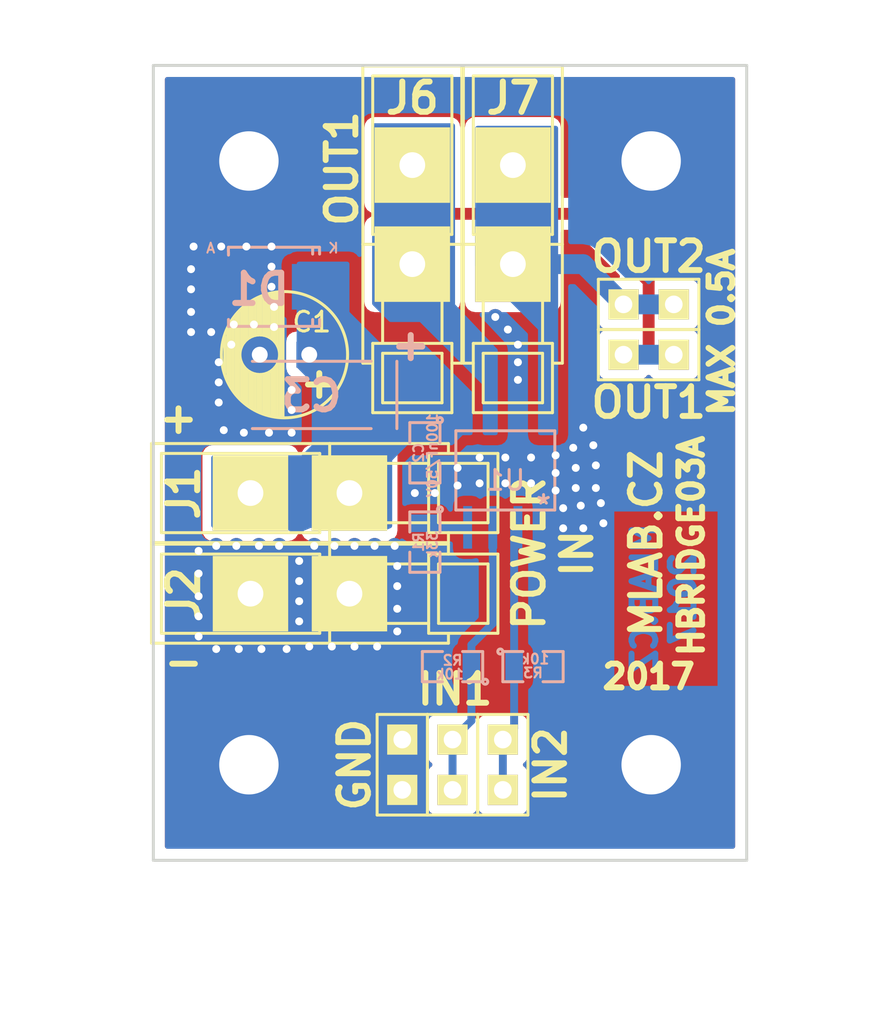
<source format=kicad_pcb>
(kicad_pcb (version 20160815) (host pcbnew "(2016-09-17 revision 679eef1)-makepkg")

  (general
    (links 44)
    (no_connects 0)
    (area 0.178999 -40.461001 30.301001 -0.178999)
    (thickness 1.6)
    (drawings 19)
    (tracks 235)
    (zones 0)
    (modules 21)
    (nets 8)
  )

  (page A4)
  (layers
    (0 F.Cu signal)
    (31 B.Cu signal)
    (32 B.Adhes user)
    (33 F.Adhes user)
    (34 B.Paste user)
    (35 F.Paste user)
    (36 B.SilkS user)
    (37 F.SilkS user)
    (38 B.Mask user)
    (39 F.Mask user)
    (40 Dwgs.User user)
    (41 Cmts.User user)
    (42 Eco1.User user)
    (43 Eco2.User user)
    (44 Edge.Cuts user)
    (45 Margin user)
    (46 B.CrtYd user)
    (47 F.CrtYd user)
    (48 B.Fab user)
    (49 F.Fab user)
  )

  (setup
    (last_trace_width 0.25)
    (user_trace_width 0.3)
    (user_trace_width 0.4)
    (user_trace_width 0.5)
    (user_trace_width 0.6)
    (user_trace_width 0.8)
    (user_trace_width 1)
    (trace_clearance 0.2)
    (zone_clearance 0.508)
    (zone_45_only no)
    (trace_min 0.2)
    (segment_width 0.2)
    (edge_width 0.15)
    (via_size 0.8)
    (via_drill 0.4)
    (via_min_size 0.4)
    (via_min_drill 0.3)
    (uvia_size 0.3)
    (uvia_drill 0.1)
    (uvias_allowed no)
    (uvia_min_size 0.2)
    (uvia_min_drill 0.1)
    (pcb_text_width 0.3)
    (pcb_text_size 1.5 1.5)
    (mod_edge_width 0.15)
    (mod_text_size 1 1)
    (mod_text_width 0.15)
    (pad_size 1.524 1.524)
    (pad_drill 0.762)
    (pad_to_mask_clearance 0.2)
    (solder_mask_min_width 0.2)
    (aux_axis_origin 0 0)
    (visible_elements 7FFFFF7F)
    (pcbplotparams
      (layerselection 0x010e0_ffffffff)
      (usegerberextensions false)
      (excludeedgelayer true)
      (linewidth 1.300000)
      (plotframeref false)
      (viasonmask false)
      (mode 1)
      (useauxorigin false)
      (hpglpennumber 1)
      (hpglpenspeed 20)
      (hpglpendiameter 15)
      (psnegative false)
      (psa4output false)
      (plotreference true)
      (plotvalue true)
      (plotinvisibletext false)
      (padsonsilk false)
      (subtractmaskfromsilk false)
      (outputformat 1)
      (mirror false)
      (drillshape 0)
      (scaleselection 1)
      (outputdirectory ../CAM_PROFI/))
  )

  (net 0 "")
  (net 1 GND)
  (net 2 VCC)
  (net 3 /IN1)
  (net 4 /IN2)
  (net 5 /OUT1)
  (net 6 /OUT2)
  (net 7 "Net-(R1-Pad1)")

  (net_class Default "Toto je výchozí třída sítě."
    (clearance 0.2)
    (trace_width 0.25)
    (via_dia 0.8)
    (via_drill 0.4)
    (uvia_dia 0.3)
    (uvia_drill 0.1)
    (diff_pair_gap 0.25)
    (diff_pair_width 0.2)
    (add_net /IN1)
    (add_net /IN2)
    (add_net /OUT1)
    (add_net /OUT2)
    (add_net GND)
    (add_net "Net-(R1-Pad1)")
    (add_net VCC)
  )

  (module Mlab_IO:HSOP-8 (layer B.Cu) (tedit 589027DC) (tstamp 58244A82)
    (at 18.034 -19.939 180)
    (path /58243663)
    (fp_text reference U1 (at 0 -0.5 180) (layer B.SilkS)
      (effects (font (size 1 1) (thickness 0.15)) (justify mirror))
    )
    (fp_text value DRV8871 (at 0 0.5 180) (layer B.Fab)
      (effects (font (size 1 1) (thickness 0.15)) (justify mirror))
    )
    (fp_line (start -2.5 -2) (end -2.5 2) (layer B.SilkS) (width 0.15))
    (fp_line (start 2.5 -2) (end -2.5 -2) (layer B.SilkS) (width 0.15))
    (fp_line (start 2.5 2) (end 2.5 -2) (layer B.SilkS) (width 0.15))
    (fp_line (start -2.5 2) (end 2.5 2) (layer B.SilkS) (width 0.15))
    (fp_text user * (at -1.9304 -1.7653 180) (layer B.SilkS)
      (effects (font (size 1 1) (thickness 0.15)) (justify mirror))
    )
    (pad 9 thru_hole circle (at -1.3 0.65 180) (size 0.45 0.45) (drill 0.4) (layers *.Cu *.Mask)
      (net 1 GND))
    (pad 9 thru_hole circle (at -1.3 -0.65 180) (size 0.45 0.45) (drill 0.4) (layers *.Cu *.Mask)
      (net 1 GND))
    (pad 9 thru_hole circle (at 1.3 -0.65 180) (size 0.45 0.45) (drill 0.4) (layers *.Cu *.Mask)
      (net 1 GND))
    (pad 9 thru_hole circle (at 1.3 0.65 180) (size 0.45 0.45) (drill 0.4) (layers *.Cu *.Mask)
      (net 1 GND))
    (pad 9 thru_hole circle (at 0 0.65 180) (size 0.45 0.45) (drill 0.4) (layers *.Cu *.Mask)
      (net 1 GND))
    (pad 9 thru_hole circle (at 0 -0.65 180) (size 0.45 0.45) (drill 0.4) (layers *.Cu *.Mask)
      (net 1 GND))
    (pad 9 smd trapezoid (at 0 0 180) (size 3.1 2.4) (layers B.Cu B.Paste B.Mask)
      (net 1 GND))
    (pad 8 smd trapezoid (at -1.905 2.875 180) (size 0.45 2.15) (layers B.Cu B.Paste B.Mask)
      (net 6 /OUT2))
    (pad 7 smd trapezoid (at -0.635 2.875 180) (size 0.45 2.15) (layers B.Cu B.Paste B.Mask)
      (net 1 GND))
    (pad 6 smd trapezoid (at 0.635 2.875 180) (size 0.45 2.15) (layers B.Cu B.Paste B.Mask)
      (net 5 /OUT1))
    (pad 5 smd trapezoid (at 1.905 2.875 180) (size 0.45 2.15) (layers B.Cu B.Paste B.Mask)
      (net 2 VCC))
    (pad 4 smd trapezoid (at 1.905 -2.875 180) (size 0.45 2.15) (layers B.Cu B.Paste B.Mask)
      (net 7 "Net-(R1-Pad1)"))
    (pad 3 smd trapezoid (at 0.635 -2.875 180) (size 0.45 2.15) (layers B.Cu B.Paste B.Mask)
      (net 3 /IN1))
    (pad 2 smd trapezoid (at -0.635 -2.875 180) (size 0.45 2.15) (layers B.Cu B.Paste B.Mask)
      (net 4 /IN2))
    (pad 1 smd trapezoid (at -1.905 -2.875 180) (size 0.45 2.15) (layers B.Cu B.Paste B.Mask)
      (net 1 GND))
  )

  (module Mlab_R:SMD-0805 (layer B.Cu) (tedit 589027DC) (tstamp 58244987)
    (at 13.97 -20.828 270)
    (path /58245460)
    (attr smd)
    (fp_text reference C2 (at 0 0.3175 270) (layer B.SilkS)
      (effects (font (size 0.50038 0.50038) (thickness 0.10922)) (justify mirror))
    )
    (fp_text value 100nF/50V (at 0.127 -0.381 270) (layer B.SilkS)
      (effects (font (size 0.50038 0.50038) (thickness 0.10922)) (justify mirror))
    )
    (fp_circle (center -1.651 -0.762) (end -1.651 -0.635) (layer B.SilkS) (width 0.15))
    (fp_line (start -0.508 -0.762) (end -1.524 -0.762) (layer B.SilkS) (width 0.15))
    (fp_line (start -1.524 -0.762) (end -1.524 0.762) (layer B.SilkS) (width 0.15))
    (fp_line (start -1.524 0.762) (end -0.508 0.762) (layer B.SilkS) (width 0.15))
    (fp_line (start 0.508 0.762) (end 1.524 0.762) (layer B.SilkS) (width 0.15))
    (fp_line (start 1.524 0.762) (end 1.524 -0.762) (layer B.SilkS) (width 0.15))
    (fp_line (start 1.524 -0.762) (end 0.508 -0.762) (layer B.SilkS) (width 0.15))
    (pad 1 smd rect (at -0.9525 0 270) (size 0.889 1.397) (layers B.Cu B.Paste B.Mask)
      (net 2 VCC))
    (pad 2 smd rect (at 0.9525 0 270) (size 0.889 1.397) (layers B.Cu B.Paste B.Mask)
      (net 1 GND))
    (model MLAB_3D/Resistors/chip_cms.wrl
      (at (xyz 0 0 0))
      (scale (xyz 0.1 0.1 0.1))
      (rotate (xyz 0 0 0))
    )
  )

  (module Mlab_C:TantalC_SizeC_Reflow (layer B.Cu) (tedit 589027DC) (tstamp 58244993)
    (at 8.255 -23.749 180)
    (descr "Tantal Cap. , Size C, EIA-6032, Reflow,")
    (tags "Tantal Cap. , Size C, EIA-6032, Reflow,")
    (path /5824A2B3)
    (attr smd)
    (fp_text reference C3 (at 0.0127 -0.0381 180) (layer B.SilkS)
      (effects (font (thickness 0.3048)) (justify mirror))
    )
    (fp_text value 47uF/16V (at -0.09906 -3.59918 180) (layer B.SilkS) hide
      (effects (font (thickness 0.3048)) (justify mirror))
    )
    (fp_line (start -4.30022 1.69926) (end -4.30022 -1.69926) (layer B.SilkS) (width 0.15))
    (fp_line (start 2.99974 -1.69926) (end -2.99974 -1.69926) (layer B.SilkS) (width 0.15))
    (fp_line (start 2.99974 1.69926) (end -2.99974 1.69926) (layer B.SilkS) (width 0.15))
    (fp_text user + (at -4.99872 2.55016 180) (layer B.SilkS)
      (effects (font (thickness 0.3048)) (justify mirror))
    )
    (fp_line (start -5.00126 3.05308) (end -5.00126 1.95326) (layer B.SilkS) (width 0.15))
    (fp_line (start -5.6007 2.5527) (end -4.40182 2.5527) (layer B.SilkS) (width 0.15))
    (pad 2 smd rect (at 2.52476 0 180) (size 2.55016 2.49936) (layers B.Cu B.Paste B.Mask)
      (net 1 GND))
    (pad 1 smd rect (at -2.52476 0 180) (size 2.55016 2.49936) (layers B.Cu B.Paste B.Mask)
      (net 2 VCC))
    (model MLAB_3D/Capacitors/c_tant_C.wrl
      (at (xyz 0 0 0))
      (scale (xyz 1 1 1))
      (rotate (xyz 0 0 180))
    )
  )

  (module Mlab_D:Diode-SMB_Standard (layer B.Cu) (tedit 589027DC) (tstamp 582449AB)
    (at 6.35 -29.21)
    (descr "Diode SMB Standard")
    (tags "Diode SMB Standard")
    (path /58246F3B)
    (attr smd)
    (fp_text reference D1 (at -0.762 0.127) (layer B.SilkS)
      (effects (font (thickness 0.3048)) (justify mirror))
    )
    (fp_text value STPS340U (at 0 -3.81) (layer B.SilkS) hide
      (effects (font (thickness 0.3048)) (justify mirror))
    )
    (fp_text user A (at -3.2004 -1.95072) (layer B.SilkS)
      (effects (font (size 0.50038 0.50038) (thickness 0.09906)) (justify mirror))
    )
    (fp_text user K (at 2.99974 -1.95072) (layer B.SilkS)
      (effects (font (size 0.50038 0.50038) (thickness 0.09906)) (justify mirror))
    )
    (fp_line (start -2.30124 -1.75006) (end -2.30124 -1.6002) (layer B.SilkS) (width 0.15))
    (fp_line (start 1.95072 -1.75006) (end 1.95072 -1.651) (layer B.SilkS) (width 0.15))
    (fp_line (start 2.30124 -1.75006) (end 2.30124 -1.651) (layer B.SilkS) (width 0.15))
    (fp_line (start -2.30124 1.75006) (end -2.30124 1.651) (layer B.SilkS) (width 0.15))
    (fp_line (start 1.95072 1.75006) (end 1.95072 1.651) (layer B.SilkS) (width 0.15))
    (fp_line (start 2.30124 1.75006) (end 2.30124 1.651) (layer B.SilkS) (width 0.15))
    (fp_circle (center 0 0) (end 0.44958 -0.09906) (layer B.Adhes) (width 0.381))
    (fp_circle (center 0 0) (end 0.20066 -0.09906) (layer B.Adhes) (width 0.381))
    (fp_line (start 1.95072 -1.99898) (end 1.95072 -1.80086) (layer B.SilkS) (width 0.15))
    (fp_line (start 1.95072 1.99898) (end 1.95072 1.80086) (layer B.SilkS) (width 0.15))
    (fp_line (start 2.29616 -1.99644) (end 2.29616 -1.79832) (layer B.SilkS) (width 0.15))
    (fp_line (start -2.30632 -1.99644) (end 2.29616 -1.99644) (layer B.SilkS) (width 0.15))
    (fp_line (start -2.30632 -1.99644) (end -2.30632 -1.79832) (layer B.SilkS) (width 0.15))
    (fp_line (start -2.30124 1.99898) (end -2.30124 1.80086) (layer B.SilkS) (width 0.15))
    (fp_line (start -2.30124 1.99898) (end 2.30124 1.99898) (layer B.SilkS) (width 0.15))
    (fp_line (start 2.30124 1.99898) (end 2.30124 1.80086) (layer B.SilkS) (width 0.15))
    (pad 2 smd rect (at -2.14884 0) (size 2.49936 2.30124) (layers B.Cu B.Paste B.Mask)
      (net 1 GND))
    (pad 1 smd rect (at 2.14884 0) (size 2.49936 2.30124) (layers B.Cu B.Paste B.Mask)
      (net 2 VCC))
    (model MLAB_3D/Diodes/SMB.wrl
      (at (xyz 0 0 0))
      (scale (xyz 0.3937 0.3937 0.3937))
      (rotate (xyz 0 0 0))
    )
  )

  (module Mlab_CON:WAGO256 (layer F.Cu) (tedit 589027DC) (tstamp 582449CA)
    (at 7.62 -18.796)
    (descr "WAGO-Series 236, 2Stift, 1pol, RM 5mm,")
    (tags "WAGO-Series 236, 2Stift, 1pol, RM 5mm, Anreibare Leiterplattenklemme")
    (path /58248301)
    (fp_text reference J1 (at -5.842 0 90) (layer F.SilkS)
      (effects (font (thickness 0.3048)))
    )
    (fp_text value CONN1_1 (at 0.254 4.064) (layer F.SilkS) hide
      (effects (font (thickness 0.3048)))
    )
    (fp_line (start 7.54 2.5) (end 7.54 2) (layer F.SilkS) (width 0.15))
    (fp_line (start 7.54 -2) (end 7.54 -2.5) (layer F.SilkS) (width 0.15))
    (fp_line (start 1.54 2.5001) (end 1.54 -2.5001) (layer F.SilkS) (width 0.15))
    (fp_line (start -7.46 2.5001) (end -7.46 -2.5001) (layer F.SilkS) (width 0.15))
    (fp_line (start 9.54 1.501) (end 9.54 -1.501) (layer F.SilkS) (width 0.15))
    (fp_line (start 7.0401 1.501) (end 7.0401 -1.501) (layer F.SilkS) (width 0.15))
    (fp_line (start 10.0401 -2) (end 10.0401 2) (layer F.SilkS) (width 0.15))
    (fp_line (start 6.54 -2) (end 6.54 2) (layer F.SilkS) (width 0.15))
    (fp_line (start 3.54 1.5001) (end 3.54 -1.5001) (layer F.SilkS) (width 0.15))
    (fp_line (start 1.0399 -2) (end 1.0399 2) (layer F.SilkS) (width 0.15))
    (fp_line (start -6.9601 2) (end -6.9601 -2) (layer F.SilkS) (width 0.15))
    (fp_line (start 1.0399 1) (end 1.54 1) (layer F.SilkS) (width 0.15))
    (fp_line (start 7.0401 1.5) (end 9.54 1.5) (layer F.SilkS) (width 0.15))
    (fp_line (start 6.54 2) (end 10.0401 2) (layer F.SilkS) (width 0.15))
    (fp_line (start 1.0399 -1) (end 1.54 -1) (layer F.SilkS) (width 0.15))
    (fp_line (start 7.0401 -1.5) (end 9.54 -1.5) (layer F.SilkS) (width 0.15))
    (fp_line (start 6.54 -2) (end 10.041 -2) (layer F.SilkS) (width 0.15))
    (fp_line (start 3.54 1.5) (end 6.54 1.5) (layer F.SilkS) (width 0.15))
    (fp_line (start -6.9601 2) (end 1.0399 2) (layer F.SilkS) (width 0.15))
    (fp_line (start 1.54 2.5) (end 7.54 2.5) (layer F.SilkS) (width 0.15))
    (fp_line (start 3.54 -1.5) (end 6.54 -1.5) (layer F.SilkS) (width 0.15))
    (fp_line (start -6.9601 -2) (end 1.0399 -2) (layer F.SilkS) (width 0.15))
    (fp_line (start 1.54 -2.5) (end 7.54 -2.5) (layer F.SilkS) (width 0.15))
    (fp_line (start 1.54 2.5) (end -7.46 2.5) (layer F.SilkS) (width 0.15))
    (fp_line (start -7.46 -2.5) (end 1.54 -2.5) (layer F.SilkS) (width 0.15))
    (pad 1 thru_hole rect (at -2.46 0 90) (size 3.81 3.81) (drill 1.3) (layers *.Cu *.Mask F.SilkS)
      (net 2 VCC))
    (pad 1 thru_hole rect (at 2.54 0 90) (size 3.81 3.81) (drill 1.3) (layers *.Cu *.Mask F.SilkS)
      (net 2 VCC))
  )

  (module Mlab_CON:WAGO256 (layer F.Cu) (tedit 589027DC) (tstamp 582449E9)
    (at 7.62 -13.716)
    (descr "WAGO-Series 236, 2Stift, 1pol, RM 5mm,")
    (tags "WAGO-Series 236, 2Stift, 1pol, RM 5mm, Anreibare Leiterplattenklemme")
    (path /58248700)
    (fp_text reference J2 (at -5.842 0 90) (layer F.SilkS)
      (effects (font (thickness 0.3048)))
    )
    (fp_text value CONN1_1 (at 0.254 4.064) (layer F.SilkS) hide
      (effects (font (thickness 0.3048)))
    )
    (fp_line (start -7.46 -2.5) (end 1.54 -2.5) (layer F.SilkS) (width 0.15))
    (fp_line (start 1.54 2.5) (end -7.46 2.5) (layer F.SilkS) (width 0.15))
    (fp_line (start 1.54 -2.5) (end 7.54 -2.5) (layer F.SilkS) (width 0.15))
    (fp_line (start -6.9601 -2) (end 1.0399 -2) (layer F.SilkS) (width 0.15))
    (fp_line (start 3.54 -1.5) (end 6.54 -1.5) (layer F.SilkS) (width 0.15))
    (fp_line (start 1.54 2.5) (end 7.54 2.5) (layer F.SilkS) (width 0.15))
    (fp_line (start -6.9601 2) (end 1.0399 2) (layer F.SilkS) (width 0.15))
    (fp_line (start 3.54 1.5) (end 6.54 1.5) (layer F.SilkS) (width 0.15))
    (fp_line (start 6.54 -2) (end 10.041 -2) (layer F.SilkS) (width 0.15))
    (fp_line (start 7.0401 -1.5) (end 9.54 -1.5) (layer F.SilkS) (width 0.15))
    (fp_line (start 1.0399 -1) (end 1.54 -1) (layer F.SilkS) (width 0.15))
    (fp_line (start 6.54 2) (end 10.0401 2) (layer F.SilkS) (width 0.15))
    (fp_line (start 7.0401 1.5) (end 9.54 1.5) (layer F.SilkS) (width 0.15))
    (fp_line (start 1.0399 1) (end 1.54 1) (layer F.SilkS) (width 0.15))
    (fp_line (start -6.9601 2) (end -6.9601 -2) (layer F.SilkS) (width 0.15))
    (fp_line (start 1.0399 -2) (end 1.0399 2) (layer F.SilkS) (width 0.15))
    (fp_line (start 3.54 1.5001) (end 3.54 -1.5001) (layer F.SilkS) (width 0.15))
    (fp_line (start 6.54 -2) (end 6.54 2) (layer F.SilkS) (width 0.15))
    (fp_line (start 10.0401 -2) (end 10.0401 2) (layer F.SilkS) (width 0.15))
    (fp_line (start 7.0401 1.501) (end 7.0401 -1.501) (layer F.SilkS) (width 0.15))
    (fp_line (start 9.54 1.501) (end 9.54 -1.501) (layer F.SilkS) (width 0.15))
    (fp_line (start -7.46 2.5001) (end -7.46 -2.5001) (layer F.SilkS) (width 0.15))
    (fp_line (start 1.54 2.5001) (end 1.54 -2.5001) (layer F.SilkS) (width 0.15))
    (fp_line (start 7.54 -2) (end 7.54 -2.5) (layer F.SilkS) (width 0.15))
    (fp_line (start 7.54 2.5) (end 7.54 2) (layer F.SilkS) (width 0.15))
    (pad 1 thru_hole rect (at 2.54 0 90) (size 3.81 3.81) (drill 1.3) (layers *.Cu *.Mask F.SilkS)
      (net 1 GND))
    (pad 1 thru_hole rect (at -2.46 0 90) (size 3.81 3.81) (drill 1.3) (layers *.Cu *.Mask F.SilkS)
      (net 1 GND))
  )

  (module Mlab_Pin_Headers:Straight_2x01 (layer F.Cu) (tedit 589027DC) (tstamp 582449F3)
    (at 15.367 -5.08 90)
    (descr "pin header straight 2x01")
    (tags "pin header straight 2x01")
    (path /58244658)
    (fp_text reference J3 (at 0 -2.54 90) (layer F.SilkS) hide
      (effects (font (size 1.5 1.5) (thickness 0.15)))
    )
    (fp_text value JUMP_2x1 (at 0 2.54 90) (layer F.SilkS) hide
      (effects (font (size 1.5 1.5) (thickness 0.15)))
    )
    (fp_line (start -2.54 -1.27) (end 2.54 -1.27) (layer F.SilkS) (width 0.15))
    (fp_line (start 2.54 -1.27) (end 2.54 1.27) (layer F.SilkS) (width 0.15))
    (fp_line (start 2.54 1.27) (end -2.54 1.27) (layer F.SilkS) (width 0.15))
    (fp_line (start -2.54 1.27) (end -2.54 -1.27) (layer F.SilkS) (width 0.15))
    (pad 1 thru_hole rect (at -1.27 0 90) (size 1.524 1.524) (drill 0.889) (layers *.Cu *.Mask F.SilkS)
      (net 3 /IN1))
    (pad 2 thru_hole rect (at 1.27 0 90) (size 1.524 1.524) (drill 0.889) (layers *.Cu *.Mask F.SilkS)
      (net 3 /IN1))
    (model Pin_Headers/Pin_Header_Straight_2x01.wrl
      (at (xyz 0 0 0))
      (scale (xyz 1 1 1))
      (rotate (xyz 0 0 90))
    )
  )

  (module Mlab_Pin_Headers:Straight_2x01 (layer F.Cu) (tedit 589027DC) (tstamp 582449FD)
    (at 17.907 -5.08 90)
    (descr "pin header straight 2x01")
    (tags "pin header straight 2x01")
    (path /582446CC)
    (fp_text reference J4 (at 0 -2.54 90) (layer F.SilkS) hide
      (effects (font (size 1.5 1.5) (thickness 0.15)))
    )
    (fp_text value JUMP_2x1 (at 0 2.54 90) (layer F.SilkS) hide
      (effects (font (size 1.5 1.5) (thickness 0.15)))
    )
    (fp_line (start -2.54 1.27) (end -2.54 -1.27) (layer F.SilkS) (width 0.15))
    (fp_line (start 2.54 1.27) (end -2.54 1.27) (layer F.SilkS) (width 0.15))
    (fp_line (start 2.54 -1.27) (end 2.54 1.27) (layer F.SilkS) (width 0.15))
    (fp_line (start -2.54 -1.27) (end 2.54 -1.27) (layer F.SilkS) (width 0.15))
    (pad 2 thru_hole rect (at 1.27 0 90) (size 1.524 1.524) (drill 0.889) (layers *.Cu *.Mask F.SilkS)
      (net 4 /IN2))
    (pad 1 thru_hole rect (at -1.27 0 90) (size 1.524 1.524) (drill 0.889) (layers *.Cu *.Mask F.SilkS)
      (net 4 /IN2))
    (model Pin_Headers/Pin_Header_Straight_2x01.wrl
      (at (xyz 0 0 0))
      (scale (xyz 1 1 1))
      (rotate (xyz 0 0 90))
    )
  )

  (module Mlab_Pin_Headers:Straight_2x01 (layer F.Cu) (tedit 589027DC) (tstamp 58244A07)
    (at 12.827 -5.08 90)
    (descr "pin header straight 2x01")
    (tags "pin header straight 2x01")
    (path /5824785A)
    (fp_text reference J5 (at 0 -2.54 90) (layer F.SilkS) hide
      (effects (font (size 1.5 1.5) (thickness 0.15)))
    )
    (fp_text value JUMP_2x1 (at 0 2.54 90) (layer F.SilkS) hide
      (effects (font (size 1.5 1.5) (thickness 0.15)))
    )
    (fp_line (start -2.54 -1.27) (end 2.54 -1.27) (layer F.SilkS) (width 0.15))
    (fp_line (start 2.54 -1.27) (end 2.54 1.27) (layer F.SilkS) (width 0.15))
    (fp_line (start 2.54 1.27) (end -2.54 1.27) (layer F.SilkS) (width 0.15))
    (fp_line (start -2.54 1.27) (end -2.54 -1.27) (layer F.SilkS) (width 0.15))
    (pad 1 thru_hole rect (at -1.27 0 90) (size 1.524 1.524) (drill 0.889) (layers *.Cu *.Mask F.SilkS)
      (net 1 GND))
    (pad 2 thru_hole rect (at 1.27 0 90) (size 1.524 1.524) (drill 0.889) (layers *.Cu *.Mask F.SilkS)
      (net 1 GND))
    (model Pin_Headers/Pin_Header_Straight_2x01.wrl
      (at (xyz 0 0 0))
      (scale (xyz 1 1 1))
      (rotate (xyz 0 0 90))
    )
  )

  (module Mlab_CON:WAGO256 (layer F.Cu) (tedit 589027DC) (tstamp 58244A26)
    (at 13.335 -32.893 270)
    (descr "WAGO-Series 236, 2Stift, 1pol, RM 5mm,")
    (tags "WAGO-Series 236, 2Stift, 1pol, RM 5mm, Anreibare Leiterplattenklemme")
    (path /58244173)
    (fp_text reference J6 (at -5.842 0) (layer F.SilkS)
      (effects (font (thickness 0.3048)))
    )
    (fp_text value CONN1_1 (at 0.254 4.064 270) (layer F.SilkS) hide
      (effects (font (thickness 0.3048)))
    )
    (fp_line (start -7.46 -2.5) (end 1.54 -2.5) (layer F.SilkS) (width 0.15))
    (fp_line (start 1.54 2.5) (end -7.46 2.5) (layer F.SilkS) (width 0.15))
    (fp_line (start 1.54 -2.5) (end 7.54 -2.5) (layer F.SilkS) (width 0.15))
    (fp_line (start -6.9601 -2) (end 1.0399 -2) (layer F.SilkS) (width 0.15))
    (fp_line (start 3.54 -1.5) (end 6.54 -1.5) (layer F.SilkS) (width 0.15))
    (fp_line (start 1.54 2.5) (end 7.54 2.5) (layer F.SilkS) (width 0.15))
    (fp_line (start -6.9601 2) (end 1.0399 2) (layer F.SilkS) (width 0.15))
    (fp_line (start 3.54 1.5) (end 6.54 1.5) (layer F.SilkS) (width 0.15))
    (fp_line (start 6.54 -2) (end 10.041 -2) (layer F.SilkS) (width 0.15))
    (fp_line (start 7.0401 -1.5) (end 9.54 -1.5) (layer F.SilkS) (width 0.15))
    (fp_line (start 1.0399 -1) (end 1.54 -1) (layer F.SilkS) (width 0.15))
    (fp_line (start 6.54 2) (end 10.0401 2) (layer F.SilkS) (width 0.15))
    (fp_line (start 7.0401 1.5) (end 9.54 1.5) (layer F.SilkS) (width 0.15))
    (fp_line (start 1.0399 1) (end 1.54 1) (layer F.SilkS) (width 0.15))
    (fp_line (start -6.9601 2) (end -6.9601 -2) (layer F.SilkS) (width 0.15))
    (fp_line (start 1.0399 -2) (end 1.0399 2) (layer F.SilkS) (width 0.15))
    (fp_line (start 3.54 1.5001) (end 3.54 -1.5001) (layer F.SilkS) (width 0.15))
    (fp_line (start 6.54 -2) (end 6.54 2) (layer F.SilkS) (width 0.15))
    (fp_line (start 10.0401 -2) (end 10.0401 2) (layer F.SilkS) (width 0.15))
    (fp_line (start 7.0401 1.501) (end 7.0401 -1.501) (layer F.SilkS) (width 0.15))
    (fp_line (start 9.54 1.501) (end 9.54 -1.501) (layer F.SilkS) (width 0.15))
    (fp_line (start -7.46 2.5001) (end -7.46 -2.5001) (layer F.SilkS) (width 0.15))
    (fp_line (start 1.54 2.5001) (end 1.54 -2.5001) (layer F.SilkS) (width 0.15))
    (fp_line (start 7.54 -2) (end 7.54 -2.5) (layer F.SilkS) (width 0.15))
    (fp_line (start 7.54 2.5) (end 7.54 2) (layer F.SilkS) (width 0.15))
    (pad 1 thru_hole rect (at 2.54 0) (size 3.81 3.81) (drill 1.3) (layers *.Cu *.Mask F.SilkS)
      (net 5 /OUT1))
    (pad 1 thru_hole rect (at -2.46 0) (size 3.81 3.81) (drill 1.3) (layers *.Cu *.Mask F.SilkS)
      (net 5 /OUT1))
  )

  (module Mlab_CON:WAGO256 (layer F.Cu) (tedit 589027DC) (tstamp 58244A45)
    (at 18.415 -32.893 270)
    (descr "WAGO-Series 236, 2Stift, 1pol, RM 5mm,")
    (tags "WAGO-Series 236, 2Stift, 1pol, RM 5mm, Anreibare Leiterplattenklemme")
    (path /582441ED)
    (fp_text reference J7 (at -5.842 0) (layer F.SilkS)
      (effects (font (thickness 0.3048)))
    )
    (fp_text value CONN1_1 (at 0.254 4.064 270) (layer F.SilkS) hide
      (effects (font (thickness 0.3048)))
    )
    (fp_line (start 7.54 2.5) (end 7.54 2) (layer F.SilkS) (width 0.15))
    (fp_line (start 7.54 -2) (end 7.54 -2.5) (layer F.SilkS) (width 0.15))
    (fp_line (start 1.54 2.5001) (end 1.54 -2.5001) (layer F.SilkS) (width 0.15))
    (fp_line (start -7.46 2.5001) (end -7.46 -2.5001) (layer F.SilkS) (width 0.15))
    (fp_line (start 9.54 1.501) (end 9.54 -1.501) (layer F.SilkS) (width 0.15))
    (fp_line (start 7.0401 1.501) (end 7.0401 -1.501) (layer F.SilkS) (width 0.15))
    (fp_line (start 10.0401 -2) (end 10.0401 2) (layer F.SilkS) (width 0.15))
    (fp_line (start 6.54 -2) (end 6.54 2) (layer F.SilkS) (width 0.15))
    (fp_line (start 3.54 1.5001) (end 3.54 -1.5001) (layer F.SilkS) (width 0.15))
    (fp_line (start 1.0399 -2) (end 1.0399 2) (layer F.SilkS) (width 0.15))
    (fp_line (start -6.9601 2) (end -6.9601 -2) (layer F.SilkS) (width 0.15))
    (fp_line (start 1.0399 1) (end 1.54 1) (layer F.SilkS) (width 0.15))
    (fp_line (start 7.0401 1.5) (end 9.54 1.5) (layer F.SilkS) (width 0.15))
    (fp_line (start 6.54 2) (end 10.0401 2) (layer F.SilkS) (width 0.15))
    (fp_line (start 1.0399 -1) (end 1.54 -1) (layer F.SilkS) (width 0.15))
    (fp_line (start 7.0401 -1.5) (end 9.54 -1.5) (layer F.SilkS) (width 0.15))
    (fp_line (start 6.54 -2) (end 10.041 -2) (layer F.SilkS) (width 0.15))
    (fp_line (start 3.54 1.5) (end 6.54 1.5) (layer F.SilkS) (width 0.15))
    (fp_line (start -6.9601 2) (end 1.0399 2) (layer F.SilkS) (width 0.15))
    (fp_line (start 1.54 2.5) (end 7.54 2.5) (layer F.SilkS) (width 0.15))
    (fp_line (start 3.54 -1.5) (end 6.54 -1.5) (layer F.SilkS) (width 0.15))
    (fp_line (start -6.9601 -2) (end 1.0399 -2) (layer F.SilkS) (width 0.15))
    (fp_line (start 1.54 -2.5) (end 7.54 -2.5) (layer F.SilkS) (width 0.15))
    (fp_line (start 1.54 2.5) (end -7.46 2.5) (layer F.SilkS) (width 0.15))
    (fp_line (start -7.46 -2.5) (end 1.54 -2.5) (layer F.SilkS) (width 0.15))
    (pad 1 thru_hole rect (at -2.46 0) (size 3.81 3.81) (drill 1.3) (layers *.Cu *.Mask F.SilkS)
      (net 6 /OUT2))
    (pad 1 thru_hole rect (at 2.54 0) (size 3.81 3.81) (drill 1.3) (layers *.Cu *.Mask F.SilkS)
      (net 6 /OUT2))
  )

  (module Mlab_Mechanical:MountingHole_3mm placed (layer F.Cu) (tedit 589027DC) (tstamp 58244A4B)
    (at 5.08 -5.08)
    (descr "Mounting hole, Befestigungsbohrung, 3mm, No Annular, Kein Restring,")
    (tags "Mounting hole, Befestigungsbohrung, 3mm, No Annular, Kein Restring,")
    (path /549D7549)
    (fp_text reference M1 (at 0 -4.191) (layer F.SilkS) hide
      (effects (font (thickness 0.3048)))
    )
    (fp_text value HOLE (at 0 4.191) (layer F.SilkS) hide
      (effects (font (thickness 0.3048)))
    )
    (fp_circle (center 0 0) (end 2.99974 0) (layer Cmts.User) (width 0.381))
    (pad 1 thru_hole circle (at 0 0) (size 6 6) (drill 3) (layers *.Cu *.Adhes *.Mask)
      (net 1 GND) (clearance 1) (zone_connect 2))
  )

  (module Mlab_Mechanical:MountingHole_3mm placed (layer F.Cu) (tedit 589027DC) (tstamp 58244A51)
    (at 25.4 -5.08)
    (descr "Mounting hole, Befestigungsbohrung, 3mm, No Annular, Kein Restring,")
    (tags "Mounting hole, Befestigungsbohrung, 3mm, No Annular, Kein Restring,")
    (path /549D7628)
    (fp_text reference M2 (at 0 -4.191) (layer F.SilkS) hide
      (effects (font (thickness 0.3048)))
    )
    (fp_text value HOLE (at 0 4.191) (layer F.SilkS) hide
      (effects (font (thickness 0.3048)))
    )
    (fp_circle (center 0 0) (end 2.99974 0) (layer Cmts.User) (width 0.381))
    (pad 1 thru_hole circle (at 0 0) (size 6 6) (drill 3) (layers *.Cu *.Adhes *.Mask)
      (net 1 GND) (clearance 1) (zone_connect 2))
  )

  (module Mlab_Mechanical:MountingHole_3mm placed (layer F.Cu) (tedit 589027DC) (tstamp 58244A57)
    (at 25.4 -35.56)
    (descr "Mounting hole, Befestigungsbohrung, 3mm, No Annular, Kein Restring,")
    (tags "Mounting hole, Befestigungsbohrung, 3mm, No Annular, Kein Restring,")
    (path /549D7646)
    (fp_text reference M3 (at 0 -4.191) (layer F.SilkS) hide
      (effects (font (thickness 0.3048)))
    )
    (fp_text value HOLE (at 0 4.191) (layer F.SilkS) hide
      (effects (font (thickness 0.3048)))
    )
    (fp_circle (center 0 0) (end 2.99974 0) (layer Cmts.User) (width 0.381))
    (pad 1 thru_hole circle (at 0 0) (size 6 6) (drill 3) (layers *.Cu *.Adhes *.Mask)
      (net 1 GND) (clearance 1) (zone_connect 2))
  )

  (module Mlab_Mechanical:MountingHole_3mm placed (layer F.Cu) (tedit 589027DC) (tstamp 58244A5D)
    (at 5.08 -35.56)
    (descr "Mounting hole, Befestigungsbohrung, 3mm, No Annular, Kein Restring,")
    (tags "Mounting hole, Befestigungsbohrung, 3mm, No Annular, Kein Restring,")
    (path /549D7665)
    (fp_text reference M4 (at 0 -4.191) (layer F.SilkS) hide
      (effects (font (thickness 0.3048)))
    )
    (fp_text value HOLE (at 0 4.191) (layer F.SilkS) hide
      (effects (font (thickness 0.3048)))
    )
    (fp_circle (center 0 0) (end 2.99974 0) (layer Cmts.User) (width 0.381))
    (pad 1 thru_hole circle (at 0 0) (size 6 6) (drill 3) (layers *.Cu *.Adhes *.Mask)
      (net 1 GND) (clearance 1) (zone_connect 2))
  )

  (module Mlab_R:SMD-0805 (layer B.Cu) (tedit 589027DC) (tstamp 58244A6A)
    (at 13.97 -16.3195 270)
    (path /582449E7)
    (attr smd)
    (fp_text reference R1 (at 0 0.3175 270) (layer B.SilkS)
      (effects (font (size 0.50038 0.50038) (thickness 0.10922)) (justify mirror))
    )
    (fp_text value 33k (at 0.127 -0.381 270) (layer B.SilkS)
      (effects (font (size 0.50038 0.50038) (thickness 0.10922)) (justify mirror))
    )
    (fp_line (start 1.524 -0.762) (end 0.508 -0.762) (layer B.SilkS) (width 0.15))
    (fp_line (start 1.524 0.762) (end 1.524 -0.762) (layer B.SilkS) (width 0.15))
    (fp_line (start 0.508 0.762) (end 1.524 0.762) (layer B.SilkS) (width 0.15))
    (fp_line (start -1.524 0.762) (end -0.508 0.762) (layer B.SilkS) (width 0.15))
    (fp_line (start -1.524 -0.762) (end -1.524 0.762) (layer B.SilkS) (width 0.15))
    (fp_line (start -0.508 -0.762) (end -1.524 -0.762) (layer B.SilkS) (width 0.15))
    (fp_circle (center -1.651 -0.762) (end -1.651 -0.635) (layer B.SilkS) (width 0.15))
    (pad 2 smd rect (at 0.9525 0 270) (size 0.889 1.397) (layers B.Cu B.Paste B.Mask)
      (net 1 GND))
    (pad 1 smd rect (at -0.9525 0 270) (size 0.889 1.397) (layers B.Cu B.Paste B.Mask)
      (net 7 "Net-(R1-Pad1)"))
    (model MLAB_3D/Resistors/chip_cms.wrl
      (at (xyz 0 0 0))
      (scale (xyz 0.1 0.1 0.1))
      (rotate (xyz 0 0 0))
    )
  )

  (module Capacitors_ThroughHole:C_Radial_D6.3_L11.2_P2.5 (layer F.Cu) (tedit 589027DC) (tstamp 58244ACC)
    (at 8.128 -25.781 180)
    (descr "Radial Electrolytic Capacitor, Diameter 6.3mm x Length 11.2mm, Pitch 2.5mm")
    (tags "Electrolytic Capacitor")
    (path /582452D7)
    (fp_text reference C1 (at -0.127 1.651 180) (layer F.SilkS)
      (effects (font (size 1 1) (thickness 0.15)))
    )
    (fp_text value 47uF/63V (at 1.25 4.4 180) (layer F.Fab)
      (effects (font (size 1 1) (thickness 0.15)))
    )
    (fp_circle (center 1.25 0) (end 1.25 -3.4) (layer F.CrtYd) (width 0.05))
    (fp_circle (center 1.25 0) (end 1.25 -3.1875) (layer F.SilkS) (width 0.15))
    (fp_circle (center 2.5 0) (end 2.5 -1) (layer F.SilkS) (width 0.15))
    (fp_line (start 4.265 -0.912) (end 4.265 0.912) (layer F.SilkS) (width 0.15))
    (fp_line (start 4.125 -1.287) (end 4.125 1.287) (layer F.SilkS) (width 0.15))
    (fp_line (start 3.985 -1.563) (end 3.985 1.563) (layer F.SilkS) (width 0.15))
    (fp_line (start 3.845 -1.786) (end 3.845 1.786) (layer F.SilkS) (width 0.15))
    (fp_line (start 3.705 -1.974) (end 3.705 1.974) (layer F.SilkS) (width 0.15))
    (fp_line (start 3.565 -2.136) (end 3.565 2.136) (layer F.SilkS) (width 0.15))
    (fp_line (start 3.425 0.38) (end 3.425 2.279) (layer F.SilkS) (width 0.15))
    (fp_line (start 3.425 -2.279) (end 3.425 -0.38) (layer F.SilkS) (width 0.15))
    (fp_line (start 3.285 0.619) (end 3.285 2.404) (layer F.SilkS) (width 0.15))
    (fp_line (start 3.285 -2.404) (end 3.285 -0.619) (layer F.SilkS) (width 0.15))
    (fp_line (start 3.145 0.764) (end 3.145 2.516) (layer F.SilkS) (width 0.15))
    (fp_line (start 3.145 -2.516) (end 3.145 -0.764) (layer F.SilkS) (width 0.15))
    (fp_line (start 3.005 0.863) (end 3.005 2.616) (layer F.SilkS) (width 0.15))
    (fp_line (start 3.005 -2.616) (end 3.005 -0.863) (layer F.SilkS) (width 0.15))
    (fp_line (start 2.865 0.931) (end 2.865 2.704) (layer F.SilkS) (width 0.15))
    (fp_line (start 2.865 -2.704) (end 2.865 -0.931) (layer F.SilkS) (width 0.15))
    (fp_line (start 2.725 0.974) (end 2.725 2.783) (layer F.SilkS) (width 0.15))
    (fp_line (start 2.725 -2.783) (end 2.725 -0.974) (layer F.SilkS) (width 0.15))
    (fp_line (start 2.585 0.996) (end 2.585 2.853) (layer F.SilkS) (width 0.15))
    (fp_line (start 2.585 -2.853) (end 2.585 -0.996) (layer F.SilkS) (width 0.15))
    (fp_line (start 2.445 0.998) (end 2.445 2.915) (layer F.SilkS) (width 0.15))
    (fp_line (start 2.445 -2.915) (end 2.445 -0.998) (layer F.SilkS) (width 0.15))
    (fp_line (start 2.305 0.981) (end 2.305 2.968) (layer F.SilkS) (width 0.15))
    (fp_line (start 2.305 -2.968) (end 2.305 -0.981) (layer F.SilkS) (width 0.15))
    (fp_line (start 2.165 0.942) (end 2.165 3.014) (layer F.SilkS) (width 0.15))
    (fp_line (start 2.165 -3.014) (end 2.165 -0.942) (layer F.SilkS) (width 0.15))
    (fp_line (start 2.025 0.88) (end 2.025 3.053) (layer F.SilkS) (width 0.15))
    (fp_line (start 2.025 -3.053) (end 2.025 -0.88) (layer F.SilkS) (width 0.15))
    (fp_line (start 1.885 0.789) (end 1.885 3.085) (layer F.SilkS) (width 0.15))
    (fp_line (start 1.885 -3.085) (end 1.885 -0.789) (layer F.SilkS) (width 0.15))
    (fp_line (start 1.745 0.656) (end 1.745 3.111) (layer F.SilkS) (width 0.15))
    (fp_line (start 1.745 -3.111) (end 1.745 -0.656) (layer F.SilkS) (width 0.15))
    (fp_line (start 1.605 0.446) (end 1.605 3.13) (layer F.SilkS) (width 0.15))
    (fp_line (start 1.605 -3.13) (end 1.605 -0.446) (layer F.SilkS) (width 0.15))
    (fp_line (start 1.465 -3.143) (end 1.465 3.143) (layer F.SilkS) (width 0.15))
    (fp_line (start 1.325 -3.149) (end 1.325 3.149) (layer F.SilkS) (width 0.15))
    (pad 2 thru_hole circle (at 2.5 0 180) (size 1.3 1.3) (drill 0.8) (layers *.Cu *.Mask)
      (net 1 GND))
    (pad 1 thru_hole rect (at 0 0 180) (size 1.3 1.3) (drill 0.8) (layers *.Cu *.Mask)
      (net 2 VCC))
    (model Capacitors_ThroughHole.3dshapes/C_Radial_D6.3_L11.2_P2.5.wrl
      (at (xyz 0 0 0))
      (scale (xyz 1 1 1))
      (rotate (xyz 0 0 0))
    )
  )

  (module Mlab_Pin_Headers:Straight_2x01 (layer F.Cu) (tedit 589027DC) (tstamp 58246D18)
    (at 25.273 -25.781)
    (descr "pin header straight 2x01")
    (tags "pin header straight 2x01")
    (path /5824AA4C)
    (fp_text reference J9 (at 0 -2.54) (layer F.SilkS) hide
      (effects (font (size 1.5 1.5) (thickness 0.15)))
    )
    (fp_text value JUMP_2x1 (at 0 2.54) (layer F.SilkS) hide
      (effects (font (size 1.5 1.5) (thickness 0.15)))
    )
    (fp_line (start -2.54 1.27) (end -2.54 -1.27) (layer F.SilkS) (width 0.15))
    (fp_line (start 2.54 1.27) (end -2.54 1.27) (layer F.SilkS) (width 0.15))
    (fp_line (start 2.54 -1.27) (end 2.54 1.27) (layer F.SilkS) (width 0.15))
    (fp_line (start -2.54 -1.27) (end 2.54 -1.27) (layer F.SilkS) (width 0.15))
    (pad 2 thru_hole rect (at 1.27 0) (size 1.524 1.524) (drill 0.889) (layers *.Cu *.Mask F.SilkS)
      (net 5 /OUT1))
    (pad 1 thru_hole rect (at -1.27 0) (size 1.524 1.524) (drill 0.889) (layers *.Cu *.Mask F.SilkS)
      (net 5 /OUT1))
    (model Pin_Headers/Pin_Header_Straight_2x01.wrl
      (at (xyz 0 0 0))
      (scale (xyz 1 1 1))
      (rotate (xyz 0 0 90))
    )
  )

  (module Mlab_Pin_Headers:Straight_2x01 (layer F.Cu) (tedit 589027DC) (tstamp 58246D1E)
    (at 25.273 -28.321)
    (descr "pin header straight 2x01")
    (tags "pin header straight 2x01")
    (path /5824B379)
    (fp_text reference J10 (at 0 -2.54) (layer F.SilkS) hide
      (effects (font (size 1.5 1.5) (thickness 0.15)))
    )
    (fp_text value JUMP_2x1 (at 0 2.54) (layer F.SilkS) hide
      (effects (font (size 1.5 1.5) (thickness 0.15)))
    )
    (fp_line (start -2.54 -1.27) (end 2.54 -1.27) (layer F.SilkS) (width 0.15))
    (fp_line (start 2.54 -1.27) (end 2.54 1.27) (layer F.SilkS) (width 0.15))
    (fp_line (start 2.54 1.27) (end -2.54 1.27) (layer F.SilkS) (width 0.15))
    (fp_line (start -2.54 1.27) (end -2.54 -1.27) (layer F.SilkS) (width 0.15))
    (pad 1 thru_hole rect (at -1.27 0) (size 1.524 1.524) (drill 0.889) (layers *.Cu *.Mask F.SilkS)
      (net 6 /OUT2))
    (pad 2 thru_hole rect (at 1.27 0) (size 1.524 1.524) (drill 0.889) (layers *.Cu *.Mask F.SilkS)
      (net 6 /OUT2))
    (model Pin_Headers/Pin_Header_Straight_2x01.wrl
      (at (xyz 0 0 0))
      (scale (xyz 1 1 1))
      (rotate (xyz 0 0 90))
    )
  )

  (module Mlab_R:SMD-0805 (layer B.Cu) (tedit 589027DC) (tstamp 58246F99)
    (at 15.367 -10.033 180)
    (path /582485C0)
    (attr smd)
    (fp_text reference R2 (at 0 0.3175 180) (layer B.SilkS)
      (effects (font (size 0.50038 0.50038) (thickness 0.10922)) (justify mirror))
    )
    (fp_text value 10k (at 0.127 -0.381 180) (layer B.SilkS)
      (effects (font (size 0.50038 0.50038) (thickness 0.10922)) (justify mirror))
    )
    (fp_line (start 1.524 -0.762) (end 0.508 -0.762) (layer B.SilkS) (width 0.15))
    (fp_line (start 1.524 0.762) (end 1.524 -0.762) (layer B.SilkS) (width 0.15))
    (fp_line (start 0.508 0.762) (end 1.524 0.762) (layer B.SilkS) (width 0.15))
    (fp_line (start -1.524 0.762) (end -0.508 0.762) (layer B.SilkS) (width 0.15))
    (fp_line (start -1.524 -0.762) (end -1.524 0.762) (layer B.SilkS) (width 0.15))
    (fp_line (start -0.508 -0.762) (end -1.524 -0.762) (layer B.SilkS) (width 0.15))
    (fp_circle (center -1.651 -0.762) (end -1.651 -0.635) (layer B.SilkS) (width 0.15))
    (pad 1 smd rect (at -0.9525 0 180) (size 0.889 1.397) (layers B.Cu B.Paste B.Mask)
      (net 3 /IN1))
    (pad 2 smd rect (at 0.9525 0 180) (size 0.889 1.397) (layers B.Cu B.Paste B.Mask)
      (net 1 GND))
    (model MLAB_3D/Resistors/chip_cms.wrl
      (at (xyz 0 0 0))
      (scale (xyz 0.1 0.1 0.1))
      (rotate (xyz 0 0 0))
    )
  )

  (module Mlab_R:SMD-0805 (layer B.Cu) (tedit 589027DC) (tstamp 58246F9F)
    (at 19.431 -10.033)
    (path /5824868A)
    (attr smd)
    (fp_text reference R3 (at 0 0.3175) (layer B.SilkS)
      (effects (font (size 0.50038 0.50038) (thickness 0.10922)) (justify mirror))
    )
    (fp_text value 10k (at 0.127 -0.381) (layer B.SilkS)
      (effects (font (size 0.50038 0.50038) (thickness 0.10922)) (justify mirror))
    )
    (fp_circle (center -1.651 -0.762) (end -1.651 -0.635) (layer B.SilkS) (width 0.15))
    (fp_line (start -0.508 -0.762) (end -1.524 -0.762) (layer B.SilkS) (width 0.15))
    (fp_line (start -1.524 -0.762) (end -1.524 0.762) (layer B.SilkS) (width 0.15))
    (fp_line (start -1.524 0.762) (end -0.508 0.762) (layer B.SilkS) (width 0.15))
    (fp_line (start 0.508 0.762) (end 1.524 0.762) (layer B.SilkS) (width 0.15))
    (fp_line (start 1.524 0.762) (end 1.524 -0.762) (layer B.SilkS) (width 0.15))
    (fp_line (start 1.524 -0.762) (end 0.508 -0.762) (layer B.SilkS) (width 0.15))
    (pad 2 smd rect (at 0.9525 0) (size 0.889 1.397) (layers B.Cu B.Paste B.Mask)
      (net 1 GND))
    (pad 1 smd rect (at -0.9525 0) (size 0.889 1.397) (layers B.Cu B.Paste B.Mask)
      (net 4 /IN2))
    (model MLAB_3D/Resistors/chip_cms.wrl
      (at (xyz 0 0 0))
      (scale (xyz 0.1 0.1 0.1))
      (rotate (xyz 0 0 0))
    )
  )

  (gr_text "MLAB.CZ\n2017" (at 26.035 -13.462 90) (layer B.Cu)
    (effects (font (size 1.2 1.2) (thickness 0.3)) (justify mirror))
  )
  (gr_text OUT1 (at 25.273 -23.368) (layer F.SilkS) (tstamp 58248183)
    (effects (font (size 1.5 1.5) (thickness 0.3)))
  )
  (gr_text + (at 8.636 -24.384) (layer F.SilkS) (tstamp 582483DC)
    (effects (font (size 1.5 1.5) (thickness 0.3)))
  )
  (gr_text 2017 (at 25.273 -9.525) (layer F.SilkS) (tstamp 58248377)
    (effects (font (size 1.2 1.2) (thickness 0.3)))
  )
  (gr_text HBRIDGE03A (at 27.432 -16.129 90) (layer F.SilkS) (tstamp 58248334)
    (effects (font (size 1.2 1.2) (thickness 0.3)))
  )
  (gr_text MLAB.CZ (at 25.146 -16.256 90) (layer F.SilkS) (tstamp 58248243)
    (effects (font (size 1.5 1.5) (thickness 0.3)))
  )
  (gr_text - (at 1.778 -10.287) (layer F.SilkS) (tstamp 58248200)
    (effects (font (size 1.5 1.5) (thickness 0.3)))
  )
  (gr_text OUT1 (at 9.779 -35.179 90) (layer F.SilkS) (tstamp 582481D5)
    (effects (font (size 1.5 1.5) (thickness 0.3)))
  )
  (gr_text OUT2 (at 25.273 -30.734) (layer F.SilkS) (tstamp 5824817E)
    (effects (font (size 1.5 1.5) (thickness 0.3)))
  )
  (gr_text "MAX 0.5A" (at 28.956 -26.924 90) (layer F.SilkS) (tstamp 5824816E)
    (effects (font (size 1.2 1.2) (thickness 0.3)))
  )
  (gr_text "POWER\nIN" (at 20.447 -15.748 90) (layer F.SilkS) (tstamp 582480ED)
    (effects (font (size 1.5 1.5) (thickness 0.3)))
  )
  (gr_text + (at 1.524 -22.606) (layer F.SilkS)
    (effects (font (size 1.5 1.5) (thickness 0.3)))
  )
  (gr_text GND (at 10.414 -5.08 90) (layer F.SilkS) (tstamp 582480A0)
    (effects (font (size 1.5 1.5) (thickness 0.3)))
  )
  (gr_text IN2 (at 20.32 -5.08 90) (layer F.SilkS) (tstamp 58248095)
    (effects (font (size 1.5 1.5) (thickness 0.3)))
  )
  (gr_text IN1 (at 15.494 -8.89) (layer F.SilkS)
    (effects (font (size 1.5 1.5) (thickness 0.3)))
  )
  (gr_line (start 0.254 -0.254) (end 30.226 -0.254) (angle 90) (layer Edge.Cuts) (width 0.15))
  (gr_line (start 30.226 -40.386) (end 30.226 -0.254) (angle 90) (layer Edge.Cuts) (width 0.15))
  (gr_line (start 0.254 -40.386) (end 30.226 -40.386) (angle 90) (layer Edge.Cuts) (width 0.15))
  (gr_line (start 0.254 -0.254) (end 0.254 -40.386) (angle 90) (layer Edge.Cuts) (width 0.15))

  (segment (start 22.86 -18.288) (end 22.86 -17.399) (width 0.25) (layer B.Cu) (net 1))
  (segment (start 22.86 -17.399) (end 22.987 -17.272) (width 0.25) (layer B.Cu) (net 1))
  (via (at 22.987 -17.272) (size 0.8) (drill 0.4) (layers F.Cu B.Cu) (net 1))
  (segment (start 22.606 -19.05) (end 22.606 -18.542) (width 0.25) (layer F.Cu) (net 1))
  (segment (start 22.606 -18.542) (end 22.86 -18.288) (width 0.25) (layer F.Cu) (net 1))
  (via (at 22.86 -18.288) (size 0.8) (drill 0.4) (layers F.Cu B.Cu) (net 1))
  (segment (start 22.606 -20.193) (end 22.606 -19.05) (width 0.25) (layer B.Cu) (net 1))
  (via (at 22.606 -19.05) (size 0.8) (drill 0.4) (layers F.Cu B.Cu) (net 1))
  (segment (start 22.479 -21.209) (end 22.479 -20.32) (width 0.25) (layer F.Cu) (net 1))
  (via (at 22.606 -20.193) (size 0.8) (drill 0.4) (layers F.Cu B.Cu) (net 1))
  (segment (start 22.479 -20.32) (end 22.606 -20.193) (width 0.25) (layer F.Cu) (net 1))
  (segment (start 21.971 -22.098) (end 21.971 -21.717) (width 0.25) (layer B.Cu) (net 1))
  (segment (start 21.971 -21.717) (end 22.479 -21.209) (width 0.25) (layer B.Cu) (net 1))
  (via (at 22.479 -21.209) (size 0.8) (drill 0.4) (layers F.Cu B.Cu) (net 1))
  (segment (start 21.463 -21.082) (end 21.463 -21.59) (width 0.25) (layer F.Cu) (net 1))
  (segment (start 21.463 -21.59) (end 21.971 -22.098) (width 0.25) (layer F.Cu) (net 1))
  (via (at 21.971 -22.098) (size 0.8) (drill 0.4) (layers F.Cu B.Cu) (net 1))
  (segment (start 21.844 -17.145) (end 21.971 -17.018) (width 0.4) (layer F.Cu) (net 1))
  (segment (start 21.844 -18.161) (end 21.844 -17.145) (width 0.4) (layer F.Cu) (net 1))
  (via (at 21.971 -17.018) (size 0.8) (drill 0.4) (layers F.Cu B.Cu) (net 1))
  (segment (start 21.590004 -18.414996) (end 21.844 -18.161) (width 0.4) (layer B.Cu) (net 1))
  (segment (start 21.590004 -19.05) (end 21.590004 -18.414996) (width 0.4) (layer B.Cu) (net 1))
  (via (at 21.844 -18.161) (size 0.8) (drill 0.4) (layers F.Cu B.Cu) (net 1))
  (segment (start 20.954995 -18.59969) (end 20.954995 -18.034005) (width 0.4) (layer F.Cu) (net 1))
  (segment (start 20.954995 -19.176995) (end 20.954995 -18.59969) (width 0.4) (layer F.Cu) (net 1))
  (segment (start 20.955004 -19.177004) (end 20.954995 -19.176995) (width 0.4) (layer F.Cu) (net 1))
  (segment (start 20.955 -17.018) (end 20.955 -18.034) (width 0.4) (layer B.Cu) (net 1))
  (segment (start 20.955 -17.018) (end 20.955 -18.034) (width 0.4) (layer F.Cu) (net 1))
  (segment (start 20.955 -18.034) (end 20.954995 -18.034005) (width 0.4) (layer B.Cu) (net 1))
  (segment (start 20.955 -18.034) (end 20.954995 -18.034005) (width 0.4) (layer F.Cu) (net 1))
  (via (at 20.954995 -18.034005) (size 0.8) (drill 0.4) (layers F.Cu B.Cu) (net 1))
  (segment (start 21.590004 -20.065996) (end 21.59 -20.066) (width 0.4) (layer B.Cu) (net 1))
  (segment (start 21.590004 -19.05) (end 21.590004 -20.065996) (width 0.4) (layer B.Cu) (net 1))
  (segment (start 21.190001 -19.666001) (end 21.59 -20.066) (width 0.4) (layer F.Cu) (net 1))
  (segment (start 20.955004 -19.177004) (end 20.955004 -19.431004) (width 0.4) (layer F.Cu) (net 1))
  (segment (start 20.955004 -19.431004) (end 21.190001 -19.666001) (width 0.4) (layer F.Cu) (net 1))
  (via (at 21.59 -20.066) (size 0.8) (drill 0.4) (layers F.Cu B.Cu) (net 1))
  (segment (start 21.59 -19.049996) (end 21.590004 -19.05) (width 0.4) (layer B.Cu) (net 1))
  (segment (start 21.59 -18.542) (end 21.59 -19.049996) (width 0.4) (layer B.Cu) (net 1))
  (segment (start 21.463 -19.177004) (end 21.590004 -19.05) (width 0.4) (layer F.Cu) (net 1))
  (segment (start 21.463 -21.082) (end 21.463 -19.177004) (width 0.4) (layer F.Cu) (net 1))
  (via (at 21.590004 -19.05) (size 0.8) (drill 0.4) (layers F.Cu B.Cu) (net 1))
  (segment (start 21.139693 -18.923) (end 20.574008 -18.923) (width 0.4) (layer B.Cu) (net 1))
  (segment (start 21.209 -18.923) (end 21.139693 -18.923) (width 0.4) (layer B.Cu) (net 1))
  (segment (start 21.59 -18.542) (end 21.209 -18.923) (width 0.4) (layer B.Cu) (net 1))
  (segment (start 20.955004 -19.177004) (end 20.701 -18.923) (width 0.4) (layer F.Cu) (net 1))
  (segment (start 20.701 -18.923) (end 20.574008 -18.923) (width 0.4) (layer F.Cu) (net 1))
  (via (at 20.574008 -18.923) (size 0.8) (drill 0.4) (layers F.Cu B.Cu) (net 1))
  (segment (start 20.008315 -19.811998) (end 20.574 -19.811998) (width 0.4) (layer B.Cu) (net 1))
  (segment (start 19.856998 -19.811998) (end 20.008315 -19.811998) (width 0.4) (layer B.Cu) (net 1))
  (segment (start 19.334 -19.289) (end 19.856998 -19.811998) (width 0.4) (layer B.Cu) (net 1))
  (segment (start 20.574 -20.701) (end 20.574 -19.811998) (width 0.4) (layer F.Cu) (net 1))
  (via (at 20.574 -19.811998) (size 0.8) (drill 0.4) (layers F.Cu B.Cu) (net 1))
  (segment (start 20.701 -20.574) (end 20.955 -20.574) (width 0.4) (layer B.Cu) (net 1))
  (segment (start 21.444001 -21.100999) (end 21.463 -21.082) (width 0.4) (layer B.Cu) (net 1))
  (segment (start 20.955 -20.574) (end 21.063001 -20.682001) (width 0.4) (layer B.Cu) (net 1))
  (segment (start 20.574 -20.701) (end 20.973999 -21.100999) (width 0.4) (layer B.Cu) (net 1))
  (via (at 21.463 -21.082) (size 0.8) (drill 0.4) (layers F.Cu B.Cu) (net 1))
  (segment (start 21.063001 -20.682001) (end 21.463 -21.082) (width 0.4) (layer B.Cu) (net 1))
  (segment (start 20.973999 -21.100999) (end 21.444001 -21.100999) (width 0.4) (layer B.Cu) (net 1))
  (via (at 20.574 -20.701) (size 0.8) (drill 0.4) (layers F.Cu B.Cu) (net 1))
  (via (at 20.955 -17.018) (size 0.8) (drill 0.4) (layers F.Cu B.Cu) (net 1))
  (segment (start 21.463 -18.415) (end 21.59 -18.542) (width 0.4) (layer B.Cu) (net 1))
  (segment (start 18.161 -27.051) (end 17.526 -27.686) (width 0.4) (layer B.Cu) (net 1))
  (via (at 17.526 -27.686) (size 0.8) (drill 0.4) (layers F.Cu B.Cu) (net 1))
  (segment (start 18.669 -26.289) (end 18.669 -26.543) (width 0.4) (layer F.Cu) (net 1))
  (segment (start 18.669 -26.543) (end 18.161 -27.051) (width 0.4) (layer F.Cu) (net 1))
  (via (at 18.161 -27.051) (size 0.8) (drill 0.4) (layers F.Cu B.Cu) (net 1))
  (segment (start 18.669 -25.4) (end 18.669 -26.289) (width 0.4) (layer B.Cu) (net 1))
  (via (at 18.669 -26.289) (size 0.8) (drill 0.4) (layers F.Cu B.Cu) (net 1))
  (segment (start 18.669 -24.511) (end 18.669 -25.4) (width 0.4) (layer F.Cu) (net 1))
  (via (at 18.669 -25.4) (size 0.8) (drill 0.4) (layers F.Cu B.Cu) (net 1))
  (segment (start 18.669 -22.814) (end 18.669 -24.511) (width 0.4) (layer B.Cu) (net 1))
  (via (at 18.669 -24.511) (size 0.8) (drill 0.4) (layers F.Cu B.Cu) (net 1))
  (segment (start 2.159 -31.115) (end 2.286 -31.242) (width 0.4) (layer F.Cu) (net 1))
  (segment (start 2.159 -30.099) (end 2.159 -31.115) (width 0.4) (layer F.Cu) (net 1))
  (segment (start 3.683 -31.242) (end 2.286 -31.242) (width 0.4) (layer B.Cu) (net 1))
  (via (at 2.286 -31.242) (size 0.8) (drill 0.4) (layers F.Cu B.Cu) (net 1))
  (segment (start 15.621 -19.177) (end 15.621 -20.066) (width 0.4) (layer F.Cu) (net 1))
  (via (at 15.621 -20.066) (size 0.8) (drill 0.4) (layers F.Cu B.Cu) (net 1))
  (segment (start 14.478 -18.796) (end 15.24 -18.796) (width 0.4) (layer B.Cu) (net 1))
  (segment (start 15.24 -18.796) (end 15.621 -19.177) (width 0.4) (layer B.Cu) (net 1))
  (via (at 15.621 -19.177) (size 0.8) (drill 0.4) (layers F.Cu B.Cu) (net 1))
  (segment (start 13.462 -18.796) (end 14.478 -18.796) (width 0.4) (layer F.Cu) (net 1))
  (via (at 14.478 -18.796) (size 0.8) (drill 0.4) (layers F.Cu B.Cu) (net 1))
  (segment (start 13.97 -19.8755) (end 13.97 -19.304) (width 0.4) (layer B.Cu) (net 1))
  (segment (start 13.97 -19.304) (end 13.462 -18.796) (width 0.4) (layer B.Cu) (net 1))
  (via (at 13.462 -18.796) (size 0.8) (drill 0.4) (layers F.Cu B.Cu) (net 1))
  (segment (start 9.271 -11.049) (end 8.128 -11.049) (width 0.4) (layer F.Cu) (net 1))
  (via (at 8.128 -11.049) (size 0.8) (drill 0.4) (layers F.Cu B.Cu) (net 1))
  (segment (start 10.414 -11.049) (end 9.271 -11.049) (width 0.4) (layer B.Cu) (net 1))
  (via (at 9.271 -11.049) (size 0.8) (drill 0.4) (layers F.Cu B.Cu) (net 1))
  (segment (start 11.557 -11.049) (end 10.414 -11.049) (width 0.4) (layer F.Cu) (net 1))
  (via (at 10.414 -11.049) (size 0.8) (drill 0.4) (layers F.Cu B.Cu) (net 1))
  (segment (start 12.573 -11.811) (end 12.319 -11.811) (width 0.4) (layer B.Cu) (net 1))
  (segment (start 12.319 -11.811) (end 11.557 -11.049) (width 0.4) (layer B.Cu) (net 1))
  (via (at 11.557 -11.049) (size 0.8) (drill 0.4) (layers F.Cu B.Cu) (net 1))
  (segment (start 12.573 -12.954) (end 12.573 -11.811) (width 0.4) (layer F.Cu) (net 1))
  (via (at 12.573 -11.811) (size 0.8) (drill 0.4) (layers F.Cu B.Cu) (net 1))
  (segment (start 12.573 -14.097) (end 12.573 -12.954) (width 0.4) (layer B.Cu) (net 1))
  (via (at 12.573 -12.954) (size 0.8) (drill 0.4) (layers F.Cu B.Cu) (net 1))
  (segment (start 12.573 -15.113) (end 12.573 -14.097) (width 0.4) (layer F.Cu) (net 1))
  (via (at 12.573 -14.097) (size 0.8) (drill 0.4) (layers F.Cu B.Cu) (net 1))
  (segment (start 12.446 -16.129) (end 12.446 -15.24) (width 0.4) (layer B.Cu) (net 1))
  (segment (start 12.446 -15.24) (end 12.573 -15.113) (width 0.4) (layer B.Cu) (net 1))
  (via (at 12.573 -15.113) (size 0.8) (drill 0.4) (layers F.Cu B.Cu) (net 1))
  (segment (start 11.43 -16.129) (end 12.446 -16.129) (width 0.4) (layer F.Cu) (net 1))
  (via (at 12.446 -16.129) (size 0.8) (drill 0.4) (layers F.Cu B.Cu) (net 1))
  (segment (start 10.414 -16.129) (end 11.43 -16.129) (width 0.4) (layer B.Cu) (net 1))
  (via (at 11.43 -16.129) (size 0.8) (drill 0.4) (layers F.Cu B.Cu) (net 1))
  (segment (start 9.398 -16.129) (end 10.414 -16.129) (width 0.4) (layer F.Cu) (net 1))
  (via (at 10.414 -16.129) (size 0.8) (drill 0.4) (layers F.Cu B.Cu) (net 1))
  (segment (start 8.382 -16.129) (end 9.398 -16.129) (width 0.4) (layer B.Cu) (net 1))
  (via (at 9.398 -16.129) (size 0.8) (drill 0.4) (layers F.Cu B.Cu) (net 1))
  (segment (start 6.604 -16.129) (end 8.382 -16.129) (width 0.4) (layer F.Cu) (net 1))
  (via (at 8.382 -16.129) (size 0.8) (drill 0.4) (layers F.Cu B.Cu) (net 1))
  (segment (start 7.239 -22.987) (end 7.239 -24.003) (width 0.4) (layer B.Cu) (net 1))
  (via (at 7.239 -24.003) (size 0.8) (drill 0.4) (layers F.Cu B.Cu) (net 1))
  (segment (start 7.239 -21.844) (end 7.239 -22.987) (width 0.4) (layer F.Cu) (net 1))
  (via (at 7.239 -22.987) (size 0.8) (drill 0.4) (layers F.Cu B.Cu) (net 1))
  (segment (start 4.445 -16.129) (end 3.429 -16.129) (width 0.4) (layer B.Cu) (net 1))
  (via (at 3.429 -16.129) (size 0.8) (drill 0.4) (layers F.Cu B.Cu) (net 1))
  (segment (start 5.588 -16.129) (end 4.445 -16.129) (width 0.4) (layer F.Cu) (net 1))
  (via (at 4.445 -16.129) (size 0.8) (drill 0.4) (layers F.Cu B.Cu) (net 1))
  (segment (start 6.604 -16.129) (end 5.588 -16.129) (width 0.4) (layer B.Cu) (net 1))
  (via (at 5.588 -16.129) (size 0.8) (drill 0.4) (layers F.Cu B.Cu) (net 1))
  (segment (start 7.62 -15.367) (end 7.366 -15.367) (width 0.4) (layer F.Cu) (net 1))
  (segment (start 7.366 -15.367) (end 6.604 -16.129) (width 0.4) (layer F.Cu) (net 1))
  (via (at 6.604 -16.129) (size 0.8) (drill 0.4) (layers F.Cu B.Cu) (net 1))
  (segment (start 7.62 -14.351) (end 7.62 -15.367) (width 0.4) (layer B.Cu) (net 1))
  (via (at 7.62 -15.367) (size 0.8) (drill 0.4) (layers F.Cu B.Cu) (net 1))
  (segment (start 7.62 -13.335) (end 7.62 -14.351) (width 0.4) (layer F.Cu) (net 1))
  (via (at 7.62 -14.351) (size 0.8) (drill 0.4) (layers F.Cu B.Cu) (net 1))
  (segment (start 7.62 -12.319) (end 7.62 -13.335) (width 0.4) (layer B.Cu) (net 1))
  (via (at 7.62 -13.335) (size 0.8) (drill 0.4) (layers F.Cu B.Cu) (net 1))
  (segment (start 6.985 -10.922) (end 6.985 -11.684) (width 0.4) (layer F.Cu) (net 1))
  (segment (start 6.985 -11.684) (end 7.62 -12.319) (width 0.4) (layer F.Cu) (net 1))
  (via (at 7.62 -12.319) (size 0.8) (drill 0.4) (layers F.Cu B.Cu) (net 1))
  (segment (start 5.715 -10.922) (end 6.985 -10.922) (width 0.4) (layer B.Cu) (net 1))
  (via (at 6.985 -10.922) (size 0.8) (drill 0.4) (layers F.Cu B.Cu) (net 1))
  (segment (start 4.572 -10.922) (end 5.715 -10.922) (width 0.4) (layer F.Cu) (net 1))
  (via (at 5.715 -10.922) (size 0.8) (drill 0.4) (layers F.Cu B.Cu) (net 1))
  (segment (start 3.429 -10.922) (end 4.572 -10.922) (width 0.4) (layer B.Cu) (net 1))
  (via (at 4.572 -10.922) (size 0.8) (drill 0.4) (layers F.Cu B.Cu) (net 1))
  (segment (start 2.54 -11.557) (end 2.794 -11.557) (width 0.4) (layer F.Cu) (net 1))
  (segment (start 2.794 -11.557) (end 3.429 -10.922) (width 0.4) (layer F.Cu) (net 1))
  (via (at 3.429 -10.922) (size 0.8) (drill 0.4) (layers F.Cu B.Cu) (net 1))
  (segment (start 2.54 -12.573) (end 2.54 -11.557) (width 0.4) (layer B.Cu) (net 1))
  (via (at 2.54 -11.557) (size 0.8) (drill 0.4) (layers F.Cu B.Cu) (net 1))
  (segment (start 2.54 -13.589) (end 2.54 -12.573) (width 0.4) (layer F.Cu) (net 1))
  (via (at 2.54 -12.573) (size 0.8) (drill 0.4) (layers F.Cu B.Cu) (net 1))
  (segment (start 2.54 -14.732) (end 2.54 -13.589) (width 0.4) (layer B.Cu) (net 1))
  (via (at 2.54 -13.589) (size 0.8) (drill 0.4) (layers F.Cu B.Cu) (net 1))
  (segment (start 2.54 -14.031) (end 2.54 -14.732) (width 0.4) (layer B.Cu) (net 1))
  (segment (start 2.54 -15.875) (end 2.54 -14.732) (width 0.4) (layer F.Cu) (net 1))
  (segment (start 2.54 -14.732) (end 2.54 -15.875) (width 0.4) (layer B.Cu) (net 1))
  (via (at 2.54 -14.732) (size 0.8) (drill 0.4) (layers F.Cu B.Cu) (net 1))
  (segment (start 5.16 -13.716) (end 2.855 -13.716) (width 0.4) (layer B.Cu) (net 1))
  (via (at 2.54 -15.875) (size 0.8) (drill 0.4) (layers F.Cu B.Cu) (net 1))
  (segment (start 2.855 -13.716) (end 2.54 -14.031) (width 0.4) (layer B.Cu) (net 1))
  (segment (start 6.096 -21.844) (end 7.239 -21.844) (width 0.4) (layer F.Cu) (net 1))
  (via (at 7.239 -21.844) (size 0.8) (drill 0.4) (layers F.Cu B.Cu) (net 1))
  (segment (start 4.826 -21.844) (end 6.096 -21.844) (width 0.4) (layer B.Cu) (net 1))
  (via (at 6.096 -21.844) (size 0.8) (drill 0.4) (layers F.Cu B.Cu) (net 1))
  (segment (start 3.81 -21.971) (end 4.699 -21.971) (width 0.4) (layer F.Cu) (net 1))
  (segment (start 4.699 -21.971) (end 4.826 -21.844) (width 0.4) (layer F.Cu) (net 1))
  (via (at 4.826 -21.844) (size 0.8) (drill 0.4) (layers F.Cu B.Cu) (net 1))
  (segment (start 3.556 -23.368) (end 3.556 -22.225) (width 0.4) (layer B.Cu) (net 1))
  (via (at 3.81 -21.971) (size 0.8) (drill 0.4) (layers F.Cu B.Cu) (net 1))
  (segment (start 3.556 -22.225) (end 3.81 -21.971) (width 0.4) (layer B.Cu) (net 1))
  (segment (start 3.556 -24.384) (end 3.556 -23.368) (width 0.4) (layer F.Cu) (net 1))
  (via (at 3.556 -23.368) (size 0.8) (drill 0.4) (layers F.Cu B.Cu) (net 1))
  (segment (start 3.556 -25.4) (end 3.556 -24.384) (width 0.4) (layer B.Cu) (net 1))
  (via (at 3.556 -24.384) (size 0.8) (drill 0.4) (layers F.Cu B.Cu) (net 1))
  (segment (start 4.191 -26.289) (end 4.191 -26.035) (width 0.4) (layer F.Cu) (net 1))
  (segment (start 4.191 -26.035) (end 3.556 -25.4) (width 0.4) (layer F.Cu) (net 1))
  (via (at 3.556 -25.4) (size 0.8) (drill 0.4) (layers F.Cu B.Cu) (net 1))
  (segment (start 5.334 -27.305) (end 5.207 -27.305) (width 0.4) (layer B.Cu) (net 1))
  (segment (start 5.207 -27.305) (end 4.191 -26.289) (width 0.4) (layer B.Cu) (net 1))
  (via (at 4.191 -26.289) (size 0.8) (drill 0.4) (layers F.Cu B.Cu) (net 1))
  (segment (start 4.318 -27.305) (end 5.334 -27.305) (width 0.4) (layer F.Cu) (net 1))
  (via (at 5.334 -27.305) (size 0.8) (drill 0.4) (layers F.Cu B.Cu) (net 1))
  (segment (start 3.175 -26.924) (end 3.937 -26.924) (width 0.4) (layer B.Cu) (net 1))
  (segment (start 3.937 -26.924) (end 4.318 -27.305) (width 0.4) (layer B.Cu) (net 1))
  (via (at 4.318 -27.305) (size 0.8) (drill 0.4) (layers F.Cu B.Cu) (net 1))
  (segment (start 2.159 -26.924) (end 3.175 -26.924) (width 0.4) (layer F.Cu) (net 1))
  (via (at 3.175 -26.924) (size 0.8) (drill 0.4) (layers F.Cu B.Cu) (net 1))
  (segment (start 2.159 -27.94) (end 2.159 -26.924) (width 0.4) (layer B.Cu) (net 1))
  (via (at 2.159 -26.924) (size 0.8) (drill 0.4) (layers F.Cu B.Cu) (net 1))
  (segment (start 2.159 -29.083) (end 2.159 -27.94) (width 0.4) (layer F.Cu) (net 1))
  (via (at 2.159 -27.94) (size 0.8) (drill 0.4) (layers F.Cu B.Cu) (net 1))
  (segment (start 2.159 -30.099) (end 2.159 -29.083) (width 0.4) (layer B.Cu) (net 1))
  (via (at 2.159 -29.083) (size 0.8) (drill 0.4) (layers F.Cu B.Cu) (net 1))
  (via (at 2.159 -30.099) (size 0.8) (drill 0.4) (layers F.Cu B.Cu) (net 1))
  (segment (start 4.953 -31.242) (end 3.683 -31.242) (width 0.4) (layer F.Cu) (net 1))
  (via (at 3.683 -31.242) (size 0.8) (drill 0.4) (layers F.Cu B.Cu) (net 1))
  (segment (start 6.223 -31.242) (end 4.953 -31.242) (width 0.4) (layer B.Cu) (net 1))
  (via (at 4.953 -31.242) (size 0.8) (drill 0.4) (layers F.Cu B.Cu) (net 1))
  (segment (start 6.223 -30.226) (end 6.223 -31.242) (width 0.4) (layer F.Cu) (net 1))
  (via (at 6.223 -31.242) (size 0.8) (drill 0.4) (layers F.Cu B.Cu) (net 1))
  (segment (start 6.223 -29.21) (end 6.223 -30.226) (width 0.4) (layer B.Cu) (net 1))
  (via (at 6.223 -30.226) (size 0.8) (drill 0.4) (layers F.Cu B.Cu) (net 1))
  (segment (start 6.35 -28.194) (end 6.35 -29.083) (width 0.4) (layer F.Cu) (net 1))
  (segment (start 6.35 -29.083) (end 6.223 -29.21) (width 0.4) (layer F.Cu) (net 1))
  (via (at 6.223 -29.21) (size 0.8) (drill 0.4) (layers F.Cu B.Cu) (net 1))
  (segment (start 6.35 -27.178) (end 6.35 -28.194) (width 0.4) (layer B.Cu) (net 1))
  (via (at 6.35 -28.194) (size 0.8) (drill 0.4) (layers F.Cu B.Cu) (net 1))
  (segment (start 5.628 -25.781) (end 5.628 -26.456) (width 0.4) (layer F.Cu) (net 1))
  (segment (start 5.628 -26.456) (end 6.35 -27.178) (width 0.4) (layer F.Cu) (net 1))
  (via (at 6.35 -27.178) (size 0.8) (drill 0.4) (layers F.Cu B.Cu) (net 1))
  (segment (start 15.367 -6.35) (end 15.367 -3.81) (width 0.4) (layer B.Cu) (net 3))
  (segment (start 16.3195 -10.033) (end 16.3195 -7.3025) (width 0.4) (layer B.Cu) (net 3))
  (segment (start 16.3195 -7.3025) (end 15.367 -6.35) (width 0.4) (layer B.Cu) (net 3))
  (segment (start 16.3195 -10.033) (end 16.3195 -11.1315) (width 0.4) (layer B.Cu) (net 3))
  (segment (start 16.3195 -11.1315) (end 17.399 -12.211) (width 0.4) (layer B.Cu) (net 3))
  (segment (start 17.399 -12.211) (end 17.399 -15.889) (width 0.4) (layer B.Cu) (net 3))
  (segment (start 17.399 -15.889) (end 17.399 -17.064) (width 0.4) (layer B.Cu) (net 3))
  (segment (start 17.907 -6.35) (end 17.907 -3.81) (width 0.4) (layer B.Cu) (net 4))
  (segment (start 18.4785 -10.033) (end 18.4785 -16.8735) (width 0.4) (layer B.Cu) (net 4))
  (segment (start 18.4785 -16.8735) (end 18.669 -17.064) (width 0.4) (layer B.Cu) (net 4))
  (segment (start 18.4785 -10.033) (end 18.4785 -6.9215) (width 0.4) (layer B.Cu) (net 4))
  (segment (start 18.4785 -6.9215) (end 17.907 -6.35) (width 0.4) (layer B.Cu) (net 4))
  (segment (start 24.003 -25.781) (end 26.543 -25.781) (width 1) (layer B.Cu) (net 5))
  (segment (start 24.003 -25.781) (end 25.273 -25.781) (width 0.6) (layer F.Cu) (net 5))
  (segment (start 25.273 -29.475002) (end 25.273 -25.781) (width 0.6) (layer F.Cu) (net 5))
  (segment (start 25.273 -25.781) (end 26.543 -25.781) (width 0.6) (layer F.Cu) (net 5))
  (segment (start 13.335 -32.893) (end 21.855002 -32.893) (width 0.6) (layer F.Cu) (net 5))
  (segment (start 21.855002 -32.893) (end 25.273 -29.475002) (width 0.6) (layer F.Cu) (net 5))
  (segment (start 13.335 -32.893) (end 13.335 -30.353) (width 1) (layer F.Cu) (net 5))
  (segment (start 13.335 -35.353) (end 13.335 -32.893) (width 1) (layer F.Cu) (net 5))
  (segment (start 18.415 -30.353) (end 21.971 -30.353) (width 1) (layer B.Cu) (net 6))
  (segment (start 21.971 -30.353) (end 24.003 -28.321) (width 1) (layer B.Cu) (net 6))
  (segment (start 24.003 -28.321) (end 26.543 -28.321) (width 1) (layer B.Cu) (net 6))
  (segment (start 16.129 -17.064) (end 14.178 -17.064) (width 0.4) (layer B.Cu) (net 7))
  (segment (start 14.178 -17.064) (end 13.97 -17.272) (width 0.4) (layer B.Cu) (net 7))

  (zone (net 6) (net_name /OUT2) (layer B.Cu) (tstamp 0) (hatch edge 0.508)
    (priority 5)
    (connect_pads yes (clearance 0.508))
    (min_thickness 0.254)
    (fill yes (arc_segments 16) (thermal_gap 0.508) (thermal_bridge_width 0.508))
    (polygon
      (pts
        (xy 19.685 -21.717) (xy 19.685 -27.051) (xy 18.161 -28.575) (xy 16.51 -30.226) (xy 16.51 -37.338)
        (xy 20.701 -37.338) (xy 20.701 -21.717)
      )
    )
    (filled_polygon
      (pts
        (xy 20.574 -21.844) (xy 19.812 -21.844) (xy 19.812 -27.051) (xy 19.802333 -27.099601) (xy 19.774803 -27.140803)
        (xy 16.637 -30.278606) (xy 16.637 -37.211) (xy 20.574 -37.211)
      )
    )
  )
  (zone (net 5) (net_name /OUT1) (layer B.Cu) (tstamp 0) (hatch edge 0.508)
    (priority 4)
    (connect_pads yes (clearance 0.508))
    (min_thickness 0.254)
    (fill yes (arc_segments 16) (thermal_gap 0.508) (thermal_bridge_width 0.508))
    (polygon
      (pts
        (xy 17.653 -21.717) (xy 17.653 -26.035) (xy 15.494 -28.321) (xy 15.494 -37.465) (xy 11.303 -37.465)
        (xy 11.303 -28.321) (xy 12.192 -27.432) (xy 13.716 -27.432) (xy 14.859 -26.289) (xy 16.891 -24.257)
        (xy 16.891 -21.717)
      )
    )
    (filled_polygon
      (pts
        (xy 15.367 -28.321) (xy 15.376667 -28.272399) (xy 15.401669 -28.233799) (xy 17.526 -25.984507) (xy 17.526 -21.844)
        (xy 17.018 -21.844) (xy 17.018 -24.257) (xy 17.008333 -24.305601) (xy 16.980803 -24.346803) (xy 13.805803 -27.521803)
        (xy 13.764601 -27.549333) (xy 13.716 -27.559) (xy 12.244606 -27.559) (xy 11.43 -28.373606) (xy 11.43 -37.338)
        (xy 15.367 -37.338)
      )
    )
  )
  (zone (net 2) (net_name VCC) (layer B.Cu) (tstamp 0) (hatch edge 0.508)
    (priority 5)
    (connect_pads yes (clearance 0.508))
    (min_thickness 0.254)
    (fill yes (arc_segments 16) (thermal_gap 0.508) (thermal_bridge_width 0.508))
    (polygon
      (pts
        (xy 3.175 -16.891) (xy 3.175 -20.701) (xy 7.747 -20.701) (xy 8.001 -20.955) (xy 8.255 -21.209)
        (xy 8.255 -24.384) (xy 7.493 -25.146) (xy 7.493 -30.48) (xy 10.16 -30.48) (xy 10.16 -27.94)
        (xy 11.684 -26.416) (xy 13.843 -26.416) (xy 16.383 -23.876) (xy 16.383 -21.717) (xy 15.875 -21.717)
        (xy 15.367 -21.209) (xy 13.081 -21.209) (xy 12.319 -20.447) (xy 12.319 -16.764) (xy 8.255 -16.764)
      )
    )
    (filled_polygon
      (pts
        (xy 10.033 -27.94) (xy 10.042667 -27.891399) (xy 10.070197 -27.850197) (xy 11.594197 -26.326197) (xy 11.635399 -26.298667)
        (xy 11.684 -26.289) (xy 13.790394 -26.289) (xy 16.256 -23.823394) (xy 16.256 -21.844) (xy 15.875 -21.844)
        (xy 15.826399 -21.834333) (xy 15.785197 -21.806803) (xy 15.314394 -21.336) (xy 13.081 -21.336) (xy 13.032399 -21.326333)
        (xy 12.991197 -21.298803) (xy 12.229197 -20.536803) (xy 12.201667 -20.495601) (xy 12.192 -20.447) (xy 12.192 -17.143921)
        (xy 11.937724 -17.038856) (xy 11.636777 -17.16382) (xy 11.225029 -17.164179) (xy 10.921724 -17.038856) (xy 10.620777 -17.16382)
        (xy 10.209029 -17.164179) (xy 9.905724 -17.038856) (xy 9.604777 -17.16382) (xy 9.193029 -17.164179) (xy 8.889724 -17.038856)
        (xy 8.588777 -17.16382) (xy 8.177029 -17.164179) (xy 7.796485 -17.006942) (xy 7.694419 -16.905054) (xy 7.281429 -16.915379)
        (xy 7.191046 -17.005919) (xy 6.810777 -17.16382) (xy 6.399029 -17.164179) (xy 6.095724 -17.038856) (xy 5.794777 -17.16382)
        (xy 5.383029 -17.164179) (xy 5.016067 -17.012554) (xy 4.651777 -17.16382) (xy 4.240029 -17.164179) (xy 3.936724 -17.038856)
        (xy 3.635777 -17.16382) (xy 3.302 -17.164111) (xy 3.302 -20.574) (xy 7.747 -20.574) (xy 7.795601 -20.583667)
        (xy 7.836803 -20.611197) (xy 8.344803 -21.119197) (xy 8.372333 -21.160399) (xy 8.382 -21.209) (xy 8.382 -24.384)
        (xy 8.372333 -24.432601) (xy 8.344803 -24.473803) (xy 7.62 -25.198606) (xy 7.62 -30.353) (xy 10.033 -30.353)
      )
    )
  )
  (zone (net 1) (net_name GND) (layer B.Cu) (tstamp 0) (hatch edge 0.508)
    (connect_pads yes (clearance 0.508))
    (min_thickness 0.254)
    (fill yes (arc_segments 16) (thermal_gap 0.508) (thermal_bridge_width 0.508))
    (polygon
      (pts
        (xy -1.016 -41.148) (xy 32.131 -41.91) (xy 31.623 0.762) (xy -1.905 2.159)
      )
    )
    (filled_polygon
      (pts
        (xy 29.516 -0.964) (xy 0.964 -0.964) (xy 0.964 -20.701) (xy 2.54 -20.701) (xy 2.54 -16.891)
        (xy 2.582447 -16.662734) (xy 2.714906 -16.453349) (xy 2.91741 -16.310593) (xy 3.15913 -16.256198) (xy 3.196112 -16.255273)
        (xy 3.255 -16.24356) (xy 3.66465 -16.24356) (xy 8.23913 -16.129198) (xy 8.255 -16.129) (xy 12.319 -16.129)
        (xy 12.562004 -16.177336) (xy 12.768013 -16.314987) (xy 12.809128 -16.37652) (xy 12.813691 -16.369691) (xy 13.023735 -16.229343)
        (xy 13.2715 -16.18006) (xy 14.6685 -16.18006) (xy 14.914541 -16.229) (xy 15.25656 -16.229) (xy 15.25656 -15.989)
        (xy 15.305843 -15.741235) (xy 15.446191 -15.531191) (xy 15.656235 -15.390843) (xy 15.904 -15.34156) (xy 16.354 -15.34156)
        (xy 16.564 -15.383331) (xy 16.564 -12.556868) (xy 15.729066 -11.721934) (xy 15.548061 -11.451041) (xy 15.508079 -11.250039)
        (xy 15.417191 -11.189309) (xy 15.276843 -10.979265) (xy 15.22756 -10.7315) (xy 15.22756 -9.3345) (xy 15.276843 -9.086735)
        (xy 15.417191 -8.876691) (xy 15.4845 -8.831716) (xy 15.4845 -7.75944) (xy 14.605 -7.75944) (xy 14.357235 -7.710157)
        (xy 14.147191 -7.569809) (xy 14.006843 -7.359765) (xy 13.95756 -7.112) (xy 13.95756 -5.588) (xy 14.006843 -5.340235)
        (xy 14.147191 -5.130191) (xy 14.222307 -5.08) (xy 14.147191 -5.029809) (xy 14.006843 -4.819765) (xy 13.95756 -4.572)
        (xy 13.95756 -3.048) (xy 14.006843 -2.800235) (xy 14.147191 -2.590191) (xy 14.357235 -2.449843) (xy 14.605 -2.40056)
        (xy 16.129 -2.40056) (xy 16.376765 -2.449843) (xy 16.586809 -2.590191) (xy 16.637 -2.665307) (xy 16.687191 -2.590191)
        (xy 16.897235 -2.449843) (xy 17.145 -2.40056) (xy 18.669 -2.40056) (xy 18.916765 -2.449843) (xy 19.126809 -2.590191)
        (xy 19.267157 -2.800235) (xy 19.31644 -3.048) (xy 19.31644 -4.572) (xy 19.267157 -4.819765) (xy 19.126809 -5.029809)
        (xy 19.051693 -5.08) (xy 19.126809 -5.130191) (xy 19.267157 -5.340235) (xy 19.31644 -5.588) (xy 19.31644 -7.112)
        (xy 19.3135 -7.126781) (xy 19.3135 -8.831716) (xy 19.380809 -8.876691) (xy 19.521157 -9.086735) (xy 19.57044 -9.3345)
        (xy 19.57044 -10.7315) (xy 19.521157 -10.979265) (xy 19.380809 -11.189309) (xy 19.3135 -11.234284) (xy 19.3135 -15.505594)
        (xy 19.351809 -15.531191) (xy 19.492157 -15.741235) (xy 19.54144 -15.989) (xy 19.54144 -17.989857) (xy 23.411 -17.989857)
        (xy 23.411 -8.934143) (xy 28.881 -8.934143) (xy 28.881 -17.989857) (xy 23.411 -17.989857) (xy 19.54144 -17.989857)
        (xy 19.54144 -18.139) (xy 19.492157 -18.386765) (xy 19.351809 -18.596809) (xy 19.141765 -18.737157) (xy 18.894 -18.78644)
        (xy 18.444 -18.78644) (xy 18.196235 -18.737157) (xy 18.034 -18.628754) (xy 17.871765 -18.737157) (xy 17.624 -18.78644)
        (xy 17.174 -18.78644) (xy 16.926235 -18.737157) (xy 16.764 -18.628754) (xy 16.601765 -18.737157) (xy 16.354 -18.78644)
        (xy 15.904 -18.78644) (xy 15.656235 -18.737157) (xy 15.446191 -18.596809) (xy 15.305843 -18.386765) (xy 15.25656 -18.139)
        (xy 15.25656 -17.979376) (xy 15.126309 -18.174309) (xy 14.916265 -18.314657) (xy 14.6685 -18.36394) (xy 13.2715 -18.36394)
        (xy 13.023735 -18.314657) (xy 12.954 -18.268061) (xy 12.954 -20.183974) (xy 13.344026 -20.574) (xy 15.367 -20.574)
        (xy 15.610004 -20.622336) (xy 15.816013 -20.759987) (xy 16.138026 -21.082) (xy 16.383 -21.082) (xy 16.626004 -21.130336)
        (xy 16.637 -21.137683) (xy 16.647996 -21.130336) (xy 16.891 -21.082) (xy 17.653 -21.082) (xy 17.896004 -21.130336)
        (xy 18.102013 -21.267987) (xy 18.239664 -21.473996) (xy 18.288 -21.717) (xy 18.288 -26.035) (xy 18.246364 -26.26115)
        (xy 18.114653 -26.471006) (xy 16.858963 -27.80056) (xy 18.037414 -27.80056) (xy 19.05 -26.787974) (xy 19.05 -21.717)
        (xy 19.098336 -21.473996) (xy 19.235987 -21.267987) (xy 19.441996 -21.130336) (xy 19.685 -21.082) (xy 20.701 -21.082)
        (xy 20.944004 -21.130336) (xy 21.150013 -21.267987) (xy 21.287664 -21.473996) (xy 21.336 -21.717) (xy 21.336 -29.218)
        (xy 21.500868 -29.218) (xy 22.59356 -28.125308) (xy 22.59356 -27.559) (xy 22.642843 -27.311235) (xy 22.783191 -27.101191)
        (xy 22.858307 -27.051) (xy 22.783191 -27.000809) (xy 22.642843 -26.790765) (xy 22.59356 -26.543) (xy 22.59356 -25.019)
        (xy 22.642843 -24.771235) (xy 22.783191 -24.561191) (xy 22.993235 -24.420843) (xy 23.241 -24.37156) (xy 24.765 -24.37156)
        (xy 25.012765 -24.420843) (xy 25.222809 -24.561191) (xy 25.273 -24.636307) (xy 25.323191 -24.561191) (xy 25.533235 -24.420843)
        (xy 25.781 -24.37156) (xy 27.305 -24.37156) (xy 27.552765 -24.420843) (xy 27.762809 -24.561191) (xy 27.903157 -24.771235)
        (xy 27.95244 -25.019) (xy 27.95244 -26.543) (xy 27.903157 -26.790765) (xy 27.762809 -27.000809) (xy 27.687693 -27.051)
        (xy 27.762809 -27.101191) (xy 27.903157 -27.311235) (xy 27.95244 -27.559) (xy 27.95244 -29.083) (xy 27.903157 -29.330765)
        (xy 27.762809 -29.540809) (xy 27.552765 -29.681157) (xy 27.305 -29.73044) (xy 25.781 -29.73044) (xy 25.533235 -29.681157)
        (xy 25.323191 -29.540809) (xy 25.273 -29.465693) (xy 25.222809 -29.540809) (xy 25.012765 -29.681157) (xy 24.765 -29.73044)
        (xy 24.198692 -29.73044) (xy 22.773566 -31.155566) (xy 22.405346 -31.401603) (xy 21.971 -31.488) (xy 21.336 -31.488)
        (xy 21.336 -37.338) (xy 21.287664 -37.581004) (xy 21.150013 -37.787013) (xy 20.944004 -37.924664) (xy 20.701 -37.973)
        (xy 16.51 -37.973) (xy 16.266996 -37.924664) (xy 16.060987 -37.787013) (xy 16.044429 -37.762233) (xy 15.943013 -37.914013)
        (xy 15.737004 -38.051664) (xy 15.494 -38.1) (xy 11.303 -38.1) (xy 11.059996 -38.051664) (xy 10.853987 -37.914013)
        (xy 10.716336 -37.708004) (xy 10.668 -37.465) (xy 10.668 -30.840733) (xy 10.609013 -30.929013) (xy 10.403004 -31.066664)
        (xy 10.16 -31.115) (xy 7.493 -31.115) (xy 7.249996 -31.066664) (xy 7.125467 -30.983456) (xy 7.001395 -30.958777)
        (xy 6.791351 -30.818429) (xy 6.651003 -30.608385) (xy 6.60172 -30.36062) (xy 6.60172 -28.05938) (xy 6.651003 -27.811615)
        (xy 6.791351 -27.601571) (xy 6.858 -27.557037) (xy 6.858 -26.568952) (xy 6.83056 -26.431) (xy 6.83056 -25.131)
        (xy 6.879843 -24.883235) (xy 7.020191 -24.673191) (xy 7.16362 -24.577354) (xy 7.62 -24.120974) (xy 7.62 -21.472026)
        (xy 7.483974 -21.336) (xy 7.127541 -21.336) (xy 7.065 -21.34844) (xy 3.255 -21.34844) (xy 3.192459 -21.336)
        (xy 3.175 -21.336) (xy 2.931996 -21.287664) (xy 2.725987 -21.150013) (xy 2.588336 -20.944004) (xy 2.54 -20.701)
        (xy 0.964 -20.701) (xy 0.964 -39.676) (xy 29.516 -39.676)
      )
    )
  )
  (zone (net 1) (net_name GND) (layer F.Cu) (tstamp 58247CC0) (hatch edge 0.508)
    (connect_pads yes (clearance 0.508))
    (min_thickness 0.254)
    (fill yes (arc_segments 16) (thermal_gap 0.508) (thermal_bridge_width 0.508))
    (polygon
      (pts
        (xy 35.433 4.318) (xy -7.493 8.001) (xy -2.159 -42.291) (xy 37.465 -43.688)
      )
    )
    (filled_polygon
      (pts
        (xy 29.516 -0.964) (xy 0.964 -0.964) (xy 0.964 -7.112) (xy 13.95756 -7.112) (xy 13.95756 -5.588)
        (xy 14.006843 -5.340235) (xy 14.147191 -5.130191) (xy 14.222307 -5.08) (xy 14.147191 -5.029809) (xy 14.006843 -4.819765)
        (xy 13.95756 -4.572) (xy 13.95756 -3.048) (xy 14.006843 -2.800235) (xy 14.147191 -2.590191) (xy 14.357235 -2.449843)
        (xy 14.605 -2.40056) (xy 16.129 -2.40056) (xy 16.376765 -2.449843) (xy 16.586809 -2.590191) (xy 16.637 -2.665307)
        (xy 16.687191 -2.590191) (xy 16.897235 -2.449843) (xy 17.145 -2.40056) (xy 18.669 -2.40056) (xy 18.916765 -2.449843)
        (xy 19.126809 -2.590191) (xy 19.267157 -2.800235) (xy 19.31644 -3.048) (xy 19.31644 -4.572) (xy 19.267157 -4.819765)
        (xy 19.126809 -5.029809) (xy 19.051693 -5.08) (xy 19.126809 -5.130191) (xy 19.267157 -5.340235) (xy 19.31644 -5.588)
        (xy 19.31644 -7.112) (xy 19.267157 -7.359765) (xy 19.126809 -7.569809) (xy 18.916765 -7.710157) (xy 18.669 -7.75944)
        (xy 17.145 -7.75944) (xy 16.897235 -7.710157) (xy 16.687191 -7.569809) (xy 16.637 -7.494693) (xy 16.586809 -7.569809)
        (xy 16.376765 -7.710157) (xy 16.129 -7.75944) (xy 14.605 -7.75944) (xy 14.357235 -7.710157) (xy 14.147191 -7.569809)
        (xy 14.006843 -7.359765) (xy 13.95756 -7.112) (xy 0.964 -7.112) (xy 0.964 -20.701) (xy 2.60756 -20.701)
        (xy 2.60756 -16.891) (xy 2.656843 -16.643235) (xy 2.797191 -16.433191) (xy 3.007235 -16.292843) (xy 3.255 -16.24356)
        (xy 7.065 -16.24356) (xy 7.312765 -16.292843) (xy 7.522809 -16.433191) (xy 7.66 -16.63851) (xy 7.797191 -16.433191)
        (xy 8.007235 -16.292843) (xy 8.255 -16.24356) (xy 12.065 -16.24356) (xy 12.312765 -16.292843) (xy 12.522809 -16.433191)
        (xy 12.663157 -16.643235) (xy 12.71244 -16.891) (xy 12.71244 -20.701) (xy 12.663157 -20.948765) (xy 12.522809 -21.158809)
        (xy 12.312765 -21.299157) (xy 12.065 -21.34844) (xy 8.255 -21.34844) (xy 8.007235 -21.299157) (xy 7.797191 -21.158809)
        (xy 7.66 -20.95349) (xy 7.522809 -21.158809) (xy 7.312765 -21.299157) (xy 7.065 -21.34844) (xy 3.255 -21.34844)
        (xy 3.007235 -21.299157) (xy 2.797191 -21.158809) (xy 2.656843 -20.948765) (xy 2.60756 -20.701) (xy 0.964 -20.701)
        (xy 0.964 -26.431) (xy 6.83056 -26.431) (xy 6.83056 -25.131) (xy 6.879843 -24.883235) (xy 7.020191 -24.673191)
        (xy 7.230235 -24.532843) (xy 7.478 -24.48356) (xy 8.778 -24.48356) (xy 9.025765 -24.532843) (xy 9.235809 -24.673191)
        (xy 9.376157 -24.883235) (xy 9.42544 -25.131) (xy 9.42544 -26.431) (xy 9.376157 -26.678765) (xy 9.235809 -26.888809)
        (xy 9.025765 -27.029157) (xy 8.778 -27.07844) (xy 7.478 -27.07844) (xy 7.230235 -27.029157) (xy 7.020191 -26.888809)
        (xy 6.879843 -26.678765) (xy 6.83056 -26.431) (xy 0.964 -26.431) (xy 0.964 -37.258) (xy 10.78256 -37.258)
        (xy 10.78256 -33.448) (xy 10.831843 -33.200235) (xy 10.972191 -32.990191) (xy 11.17751 -32.853) (xy 10.972191 -32.715809)
        (xy 10.831843 -32.505765) (xy 10.78256 -32.258) (xy 10.78256 -28.448) (xy 10.831843 -28.200235) (xy 10.972191 -27.990191)
        (xy 11.182235 -27.849843) (xy 11.43 -27.80056) (xy 15.24 -27.80056) (xy 15.487765 -27.849843) (xy 15.697809 -27.990191)
        (xy 15.838157 -28.200235) (xy 15.875 -28.385459) (xy 15.911843 -28.200235) (xy 16.052191 -27.990191) (xy 16.262235 -27.849843)
        (xy 16.51 -27.80056) (xy 20.32 -27.80056) (xy 20.567765 -27.849843) (xy 20.777809 -27.990191) (xy 20.918157 -28.200235)
        (xy 20.96744 -28.448) (xy 20.96744 -31.958) (xy 21.467712 -31.958) (xy 23.695272 -29.73044) (xy 23.241 -29.73044)
        (xy 22.993235 -29.681157) (xy 22.783191 -29.540809) (xy 22.642843 -29.330765) (xy 22.59356 -29.083) (xy 22.59356 -27.559)
        (xy 22.642843 -27.311235) (xy 22.783191 -27.101191) (xy 22.858307 -27.051) (xy 22.783191 -27.000809) (xy 22.642843 -26.790765)
        (xy 22.59356 -26.543) (xy 22.59356 -25.019) (xy 22.642843 -24.771235) (xy 22.783191 -24.561191) (xy 22.993235 -24.420843)
        (xy 23.241 -24.37156) (xy 24.765 -24.37156) (xy 25.012765 -24.420843) (xy 25.222809 -24.561191) (xy 25.273 -24.636307)
        (xy 25.323191 -24.561191) (xy 25.533235 -24.420843) (xy 25.781 -24.37156) (xy 27.305 -24.37156) (xy 27.552765 -24.420843)
        (xy 27.762809 -24.561191) (xy 27.903157 -24.771235) (xy 27.95244 -25.019) (xy 27.95244 -26.543) (xy 27.903157 -26.790765)
        (xy 27.762809 -27.000809) (xy 27.687693 -27.051) (xy 27.762809 -27.101191) (xy 27.903157 -27.311235) (xy 27.95244 -27.559)
        (xy 27.95244 -29.083) (xy 27.903157 -29.330765) (xy 27.762809 -29.540809) (xy 27.552765 -29.681157) (xy 27.305 -29.73044)
        (xy 26.15719 -29.73044) (xy 26.136827 -29.832811) (xy 25.934145 -30.136147) (xy 22.516147 -33.554145) (xy 22.212811 -33.756827)
        (xy 21.855002 -33.828) (xy 20.96744 -33.828) (xy 20.96744 -37.258) (xy 20.918157 -37.505765) (xy 20.777809 -37.715809)
        (xy 20.567765 -37.856157) (xy 20.32 -37.90544) (xy 16.51 -37.90544) (xy 16.262235 -37.856157) (xy 16.052191 -37.715809)
        (xy 15.911843 -37.505765) (xy 15.875 -37.320541) (xy 15.838157 -37.505765) (xy 15.697809 -37.715809) (xy 15.487765 -37.856157)
        (xy 15.24 -37.90544) (xy 11.43 -37.90544) (xy 11.182235 -37.856157) (xy 10.972191 -37.715809) (xy 10.831843 -37.505765)
        (xy 10.78256 -37.258) (xy 0.964 -37.258) (xy 0.964 -39.676) (xy 29.516 -39.676)
      )
    )
  )
)

</source>
